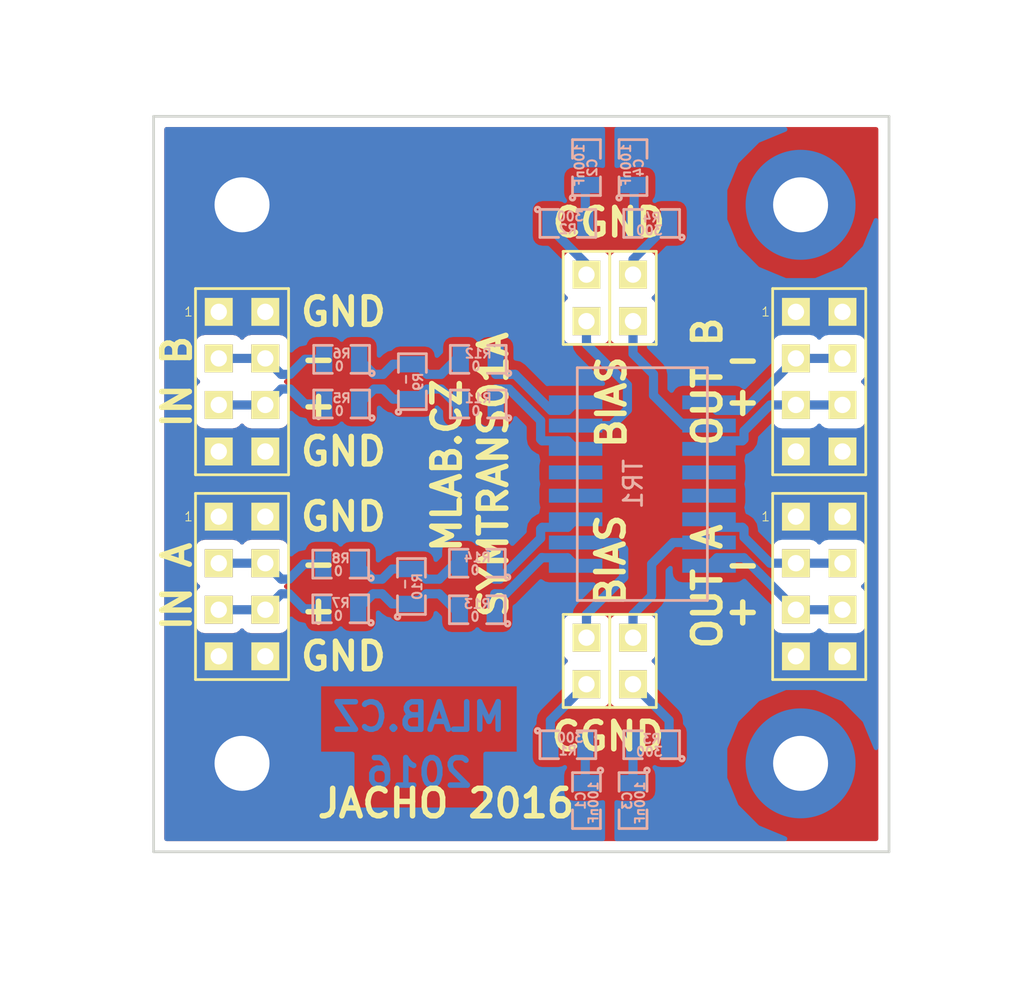
<source format=kicad_pcb>
(kicad_pcb (version 20160815) (host pcbnew "(2016-09-17 revision 679eef1)-makepkg")

  (general
    (links 62)
    (no_connects 0)
    (area 0.178999 -40.461001 40.461001 -0.178999)
    (thickness 1.6)
    (drawings 29)
    (tracks 146)
    (zones 0)
    (modules 31)
    (nets 31)
  )

  (page A4)
  (title_block
    (title NAME)
    (date "%d. %m. %Y")
    (rev REV)
    (company "Mlab www.mlab.cz")
    (comment 1 VERSION)
    (comment 2 "Short description\\nTwo lines are maximum")
    (comment 3 "nickname <email@example.com>")
  )

  (layers
    (0 F.Cu signal)
    (31 B.Cu signal)
    (32 B.Adhes user)
    (33 F.Adhes user)
    (34 B.Paste user)
    (35 F.Paste user)
    (36 B.SilkS user)
    (37 F.SilkS user)
    (38 B.Mask user)
    (39 F.Mask user)
    (40 Dwgs.User user)
    (41 Cmts.User user)
    (42 Eco1.User user)
    (43 Eco2.User user)
    (44 Edge.Cuts user)
    (45 Margin user)
    (46 B.CrtYd user)
    (47 F.CrtYd user)
    (48 B.Fab user)
    (49 F.Fab user)
  )

  (setup
    (last_trace_width 0.3)
    (user_trace_width 0.3)
    (user_trace_width 0.4)
    (user_trace_width 0.5)
    (user_trace_width 0.6)
    (user_trace_width 0.7)
    (user_trace_width 0.8)
    (trace_clearance 0.2)
    (zone_clearance 0.508)
    (zone_45_only no)
    (trace_min 0.2)
    (segment_width 0.2)
    (edge_width 0.15)
    (via_size 0.8)
    (via_drill 0.4)
    (via_min_size 0.4)
    (via_min_drill 0.3)
    (uvia_size 0.3)
    (uvia_drill 0.1)
    (uvias_allowed no)
    (uvia_min_size 0.2)
    (uvia_min_drill 0.1)
    (pcb_text_width 0.3)
    (pcb_text_size 1.5 1.5)
    (mod_edge_width 0.15)
    (mod_text_size 1 1)
    (mod_text_width 0.15)
    (pad_size 1.524 1.524)
    (pad_drill 0.762)
    (pad_to_mask_clearance 0.2)
    (aux_axis_origin 0 0)
    (visible_elements 7FFFFF7F)
    (pcbplotparams
      (layerselection 0x010e0_ffffffff)
      (usegerberextensions false)
      (excludeedgelayer true)
      (linewidth 0.150000)
      (plotframeref false)
      (viasonmask false)
      (mode 1)
      (useauxorigin false)
      (hpglpennumber 1)
      (hpglpenspeed 20)
      (hpglpendiameter 15)
      (psnegative false)
      (psa4output false)
      (plotreference true)
      (plotvalue true)
      (plotinvisibletext false)
      (padsonsilk false)
      (subtractmaskfromsilk false)
      (outputformat 1)
      (mirror false)
      (drillshape 0)
      (scaleselection 1)
      (outputdirectory ../CAM_PROFI/))
  )

  (net 0 "")
  (net 1 "Net-(C1-Pad1)")
  (net 2 GND)
  (net 3 "Net-(C2-Pad1)")
  (net 4 "Net-(C3-Pad1)")
  (net 5 GNDA)
  (net 6 "Net-(C4-Pad1)")
  (net 7 "Net-(J3-Pad1)")
  (net 8 "Net-(J3-Pad2)")
  (net 9 "Net-(J4-Pad1)")
  (net 10 "Net-(J4-Pad2)")
  (net 11 "Net-(J5-Pad1)")
  (net 12 "Net-(J5-Pad2)")
  (net 13 "Net-(J6-Pad1)")
  (net 14 "Net-(J6-Pad2)")
  (net 15 /AIN-)
  (net 16 /AIN+)
  (net 17 /BIN-)
  (net 18 /BIN+)
  (net 19 /AOUT-)
  (net 20 /AOUT+)
  (net 21 /BOUT-)
  (net 22 /BOUT+)
  (net 23 /B2+)
  (net 24 /B2-)
  (net 25 /A2+)
  (net 26 /A2-)
  (net 27 /B3+)
  (net 28 /B3-)
  (net 29 /A3+)
  (net 30 /A3-)

  (net_class Default "This is the default net class."
    (clearance 0.2)
    (trace_width 0.3)
    (via_dia 0.8)
    (via_drill 0.4)
    (uvia_dia 0.3)
    (uvia_drill 0.1)
    (diff_pair_gap 0.25)
    (diff_pair_width 0.2)
    (add_net /A2+)
    (add_net /A2-)
    (add_net /A3+)
    (add_net /A3-)
    (add_net /AIN+)
    (add_net /AIN-)
    (add_net /AOUT+)
    (add_net /AOUT-)
    (add_net /B2+)
    (add_net /B2-)
    (add_net /B3+)
    (add_net /B3-)
    (add_net /BIN+)
    (add_net /BIN-)
    (add_net /BOUT+)
    (add_net /BOUT-)
    (add_net GND)
    (add_net GNDA)
    (add_net "Net-(C1-Pad1)")
    (add_net "Net-(C2-Pad1)")
    (add_net "Net-(C3-Pad1)")
    (add_net "Net-(C4-Pad1)")
    (add_net "Net-(J3-Pad1)")
    (add_net "Net-(J3-Pad2)")
    (add_net "Net-(J4-Pad1)")
    (add_net "Net-(J4-Pad2)")
    (add_net "Net-(J5-Pad1)")
    (add_net "Net-(J5-Pad2)")
    (add_net "Net-(J6-Pad1)")
    (add_net "Net-(J6-Pad2)")
  )

  (module Mlab_R:SMD-0805 placed (layer B.Cu) (tedit 57ECBB9F) (tstamp 57DB7CB8)
    (at 10.5156 -27.1272 180)
    (path /57D7EDD1)
    (attr smd)
    (fp_text reference R6 (at 0 0.3175 180) (layer B.SilkS)
      (effects (font (size 0.50038 0.50038) (thickness 0.10922)) (justify mirror))
    )
    (fp_text value 0 (at 0.127 -0.381 180) (layer B.SilkS)
      (effects (font (size 0.50038 0.50038) (thickness 0.10922)) (justify mirror))
    )
    (fp_circle (center -1.651 -0.762) (end -1.651 -0.635) (layer B.SilkS) (width 0.15))
    (fp_line (start -0.508 -0.762) (end -1.524 -0.762) (layer B.SilkS) (width 0.15))
    (fp_line (start -1.524 -0.762) (end -1.524 0.762) (layer B.SilkS) (width 0.15))
    (fp_line (start -1.524 0.762) (end -0.508 0.762) (layer B.SilkS) (width 0.15))
    (fp_line (start 0.508 0.762) (end 1.524 0.762) (layer B.SilkS) (width 0.15))
    (fp_line (start 1.524 0.762) (end 1.524 -0.762) (layer B.SilkS) (width 0.15))
    (fp_line (start 1.524 -0.762) (end 0.508 -0.762) (layer B.SilkS) (width 0.15))
    (pad 2 smd rect (at 0.9525 0 180) (size 0.889 1.397) (layers B.Cu B.Paste B.Mask)
      (net 17 /BIN-))
    (pad 1 smd rect (at -0.9525 0 180) (size 0.889 1.397) (layers B.Cu B.Paste B.Mask)
      (net 24 /B2-))
    (model MLAB_3D/Resistors/chip_cms.wrl
      (at (xyz 0 0 0))
      (scale (xyz 0.1 0.1 0.1))
      (rotate (xyz 0 0 0))
    )
  )

  (module Mlab_R:SMD-0805 placed (layer B.Cu) (tedit 57ECBB9F) (tstamp 57DB7CDF)
    (at 14.3764 -25.908 90)
    (path /57D7EDC5)
    (attr smd)
    (fp_text reference R9 (at 0 0.3175 90) (layer B.SilkS)
      (effects (font (size 0.50038 0.50038) (thickness 0.10922)) (justify mirror))
    )
    (fp_text value - (at 0.127 -0.381 90) (layer B.SilkS)
      (effects (font (size 0.50038 0.50038) (thickness 0.10922)) (justify mirror))
    )
    (fp_circle (center -1.651 -0.762) (end -1.651 -0.635) (layer B.SilkS) (width 0.15))
    (fp_line (start -0.508 -0.762) (end -1.524 -0.762) (layer B.SilkS) (width 0.15))
    (fp_line (start -1.524 -0.762) (end -1.524 0.762) (layer B.SilkS) (width 0.15))
    (fp_line (start -1.524 0.762) (end -0.508 0.762) (layer B.SilkS) (width 0.15))
    (fp_line (start 0.508 0.762) (end 1.524 0.762) (layer B.SilkS) (width 0.15))
    (fp_line (start 1.524 0.762) (end 1.524 -0.762) (layer B.SilkS) (width 0.15))
    (fp_line (start 1.524 -0.762) (end 0.508 -0.762) (layer B.SilkS) (width 0.15))
    (pad 2 smd rect (at 0.9525 0 90) (size 0.889 1.397) (layers B.Cu B.Paste B.Mask)
      (net 24 /B2-))
    (pad 1 smd rect (at -0.9525 0 90) (size 0.889 1.397) (layers B.Cu B.Paste B.Mask)
      (net 23 /B2+))
    (model MLAB_3D/Resistors/chip_cms.wrl
      (at (xyz 0 0 0))
      (scale (xyz 0.1 0.1 0.1))
      (rotate (xyz 0 0 0))
    )
  )

  (module Mlab_R:SMD-0805 placed (layer B.Cu) (tedit 57ECBB9F) (tstamp 57DB7D06)
    (at 17.9705 -27.1272 180)
    (path /57D7EDDD)
    (attr smd)
    (fp_text reference R12 (at 0 0.3175 180) (layer B.SilkS)
      (effects (font (size 0.50038 0.50038) (thickness 0.10922)) (justify mirror))
    )
    (fp_text value 0 (at 0.127 -0.381 180) (layer B.SilkS)
      (effects (font (size 0.50038 0.50038) (thickness 0.10922)) (justify mirror))
    )
    (fp_circle (center -1.651 -0.762) (end -1.651 -0.635) (layer B.SilkS) (width 0.15))
    (fp_line (start -0.508 -0.762) (end -1.524 -0.762) (layer B.SilkS) (width 0.15))
    (fp_line (start -1.524 -0.762) (end -1.524 0.762) (layer B.SilkS) (width 0.15))
    (fp_line (start -1.524 0.762) (end -0.508 0.762) (layer B.SilkS) (width 0.15))
    (fp_line (start 0.508 0.762) (end 1.524 0.762) (layer B.SilkS) (width 0.15))
    (fp_line (start 1.524 0.762) (end 1.524 -0.762) (layer B.SilkS) (width 0.15))
    (fp_line (start 1.524 -0.762) (end 0.508 -0.762) (layer B.SilkS) (width 0.15))
    (pad 2 smd rect (at 0.9525 0 180) (size 0.889 1.397) (layers B.Cu B.Paste B.Mask)
      (net 24 /B2-))
    (pad 1 smd rect (at -0.9525 0 180) (size 0.889 1.397) (layers B.Cu B.Paste B.Mask)
      (net 28 /B3-))
    (model MLAB_3D/Resistors/chip_cms.wrl
      (at (xyz 0 0 0))
      (scale (xyz 0.1 0.1 0.1))
      (rotate (xyz 0 0 0))
    )
  )

  (module Mlab_Pin_Headers:Straight_2x04 placed (layer F.Cu) (tedit 57ECBB9F) (tstamp 57DB7C26)
    (at 5.08 -25.908)
    (descr "pin header straight 2x04")
    (tags "pin header straight 2x04")
    (path /57D7EA44)
    (fp_text reference J2 (at 0 -6.35) (layer F.SilkS) hide
      (effects (font (size 1.5 1.5) (thickness 0.15)))
    )
    (fp_text value HEADER_2x04_PARALLEL (at 0 6.35) (layer F.SilkS) hide
      (effects (font (size 1.5 1.5) (thickness 0.15)))
    )
    (fp_text user 1 (at -2.921 -3.81) (layer F.SilkS)
      (effects (font (size 0.5 0.5) (thickness 0.05)))
    )
    (fp_line (start -2.54 -5.08) (end 2.54 -5.08) (layer F.SilkS) (width 0.15))
    (fp_line (start 2.54 -5.08) (end 2.54 5.08) (layer F.SilkS) (width 0.15))
    (fp_line (start 2.54 5.08) (end -2.54 5.08) (layer F.SilkS) (width 0.15))
    (fp_line (start -2.54 5.08) (end -2.54 -5.08) (layer F.SilkS) (width 0.15))
    (pad 8 thru_hole rect (at 1.27 3.81) (size 1.524 1.524) (drill 0.889) (layers *.Cu *.Mask F.SilkS)
      (net 2 GND))
    (pad 7 thru_hole rect (at -1.27 3.81) (size 1.524 1.524) (drill 0.889) (layers *.Cu *.Mask F.SilkS)
      (net 2 GND))
    (pad 6 thru_hole rect (at 1.27 1.27) (size 1.524 1.524) (drill 0.889) (layers *.Cu *.Mask F.SilkS)
      (net 18 /BIN+))
    (pad 5 thru_hole rect (at -1.27 1.27) (size 1.524 1.524) (drill 0.889) (layers *.Cu *.Mask F.SilkS)
      (net 18 /BIN+))
    (pad 4 thru_hole rect (at 1.27 -1.27) (size 1.524 1.524) (drill 0.889) (layers *.Cu *.Mask F.SilkS)
      (net 17 /BIN-))
    (pad 3 thru_hole rect (at -1.27 -1.27) (size 1.524 1.524) (drill 0.889) (layers *.Cu *.Mask F.SilkS)
      (net 17 /BIN-))
    (pad 2 thru_hole rect (at 1.27 -3.81) (size 1.524 1.524) (drill 0.889) (layers *.Cu *.Mask F.SilkS)
      (net 2 GND))
    (pad 1 thru_hole rect (at -1.27 -3.81) (size 1.524 1.524) (drill 0.889) (layers *.Cu *.Mask F.SilkS)
      (net 2 GND))
    (model Pin_Headers/Pin_Header_Straight_2x04.wrl
      (at (xyz 0 0 0))
      (scale (xyz 1 1 1))
      (rotate (xyz 0 0 90))
    )
  )

  (module Mlab_Pin_Headers:Straight_2x04 placed (layer F.Cu) (tedit 57ECBB9F) (tstamp 57DB7C4A)
    (at 36.576 -14.732)
    (descr "pin header straight 2x04")
    (tags "pin header straight 2x04")
    (path /57D7D81B)
    (fp_text reference J7 (at 0 -6.35) (layer F.SilkS) hide
      (effects (font (size 1.5 1.5) (thickness 0.15)))
    )
    (fp_text value HEADER_2x04_PARALLEL (at 0 6.35) (layer F.SilkS) hide
      (effects (font (size 1.5 1.5) (thickness 0.15)))
    )
    (fp_text user 1 (at -2.921 -3.81) (layer F.SilkS)
      (effects (font (size 0.5 0.5) (thickness 0.05)))
    )
    (fp_line (start -2.54 -5.08) (end 2.54 -5.08) (layer F.SilkS) (width 0.15))
    (fp_line (start 2.54 -5.08) (end 2.54 5.08) (layer F.SilkS) (width 0.15))
    (fp_line (start 2.54 5.08) (end -2.54 5.08) (layer F.SilkS) (width 0.15))
    (fp_line (start -2.54 5.08) (end -2.54 -5.08) (layer F.SilkS) (width 0.15))
    (pad 8 thru_hole rect (at 1.27 3.81) (size 1.524 1.524) (drill 0.889) (layers *.Cu *.Mask F.SilkS)
      (net 5 GNDA))
    (pad 7 thru_hole rect (at -1.27 3.81) (size 1.524 1.524) (drill 0.889) (layers *.Cu *.Mask F.SilkS)
      (net 5 GNDA))
    (pad 6 thru_hole rect (at 1.27 1.27) (size 1.524 1.524) (drill 0.889) (layers *.Cu *.Mask F.SilkS)
      (net 20 /AOUT+))
    (pad 5 thru_hole rect (at -1.27 1.27) (size 1.524 1.524) (drill 0.889) (layers *.Cu *.Mask F.SilkS)
      (net 20 /AOUT+))
    (pad 4 thru_hole rect (at 1.27 -1.27) (size 1.524 1.524) (drill 0.889) (layers *.Cu *.Mask F.SilkS)
      (net 19 /AOUT-))
    (pad 3 thru_hole rect (at -1.27 -1.27) (size 1.524 1.524) (drill 0.889) (layers *.Cu *.Mask F.SilkS)
      (net 19 /AOUT-))
    (pad 2 thru_hole rect (at 1.27 -3.81) (size 1.524 1.524) (drill 0.889) (layers *.Cu *.Mask F.SilkS)
      (net 5 GNDA))
    (pad 1 thru_hole rect (at -1.27 -3.81) (size 1.524 1.524) (drill 0.889) (layers *.Cu *.Mask F.SilkS)
      (net 5 GNDA))
    (model Pin_Headers/Pin_Header_Straight_2x04.wrl
      (at (xyz 0 0 0))
      (scale (xyz 1 1 1))
      (rotate (xyz 0 0 90))
    )
  )

  (module Mlab_Pin_Headers:Straight_2x04 placed (layer F.Cu) (tedit 57ECBB9F) (tstamp 57DB7C56)
    (at 36.576 -25.908)
    (descr "pin header straight 2x04")
    (tags "pin header straight 2x04")
    (path /57D7E9F4)
    (fp_text reference J8 (at 0 -6.35) (layer F.SilkS) hide
      (effects (font (size 1.5 1.5) (thickness 0.15)))
    )
    (fp_text value HEADER_2x04_PARALLEL (at 0 6.35) (layer F.SilkS) hide
      (effects (font (size 1.5 1.5) (thickness 0.15)))
    )
    (fp_text user 1 (at -2.921 -3.81) (layer F.SilkS)
      (effects (font (size 0.5 0.5) (thickness 0.05)))
    )
    (fp_line (start -2.54 -5.08) (end 2.54 -5.08) (layer F.SilkS) (width 0.15))
    (fp_line (start 2.54 -5.08) (end 2.54 5.08) (layer F.SilkS) (width 0.15))
    (fp_line (start 2.54 5.08) (end -2.54 5.08) (layer F.SilkS) (width 0.15))
    (fp_line (start -2.54 5.08) (end -2.54 -5.08) (layer F.SilkS) (width 0.15))
    (pad 8 thru_hole rect (at 1.27 3.81) (size 1.524 1.524) (drill 0.889) (layers *.Cu *.Mask F.SilkS)
      (net 5 GNDA))
    (pad 7 thru_hole rect (at -1.27 3.81) (size 1.524 1.524) (drill 0.889) (layers *.Cu *.Mask F.SilkS)
      (net 5 GNDA))
    (pad 6 thru_hole rect (at 1.27 1.27) (size 1.524 1.524) (drill 0.889) (layers *.Cu *.Mask F.SilkS)
      (net 22 /BOUT+))
    (pad 5 thru_hole rect (at -1.27 1.27) (size 1.524 1.524) (drill 0.889) (layers *.Cu *.Mask F.SilkS)
      (net 22 /BOUT+))
    (pad 4 thru_hole rect (at 1.27 -1.27) (size 1.524 1.524) (drill 0.889) (layers *.Cu *.Mask F.SilkS)
      (net 21 /BOUT-))
    (pad 3 thru_hole rect (at -1.27 -1.27) (size 1.524 1.524) (drill 0.889) (layers *.Cu *.Mask F.SilkS)
      (net 21 /BOUT-))
    (pad 2 thru_hole rect (at 1.27 -3.81) (size 1.524 1.524) (drill 0.889) (layers *.Cu *.Mask F.SilkS)
      (net 5 GNDA))
    (pad 1 thru_hole rect (at -1.27 -3.81) (size 1.524 1.524) (drill 0.889) (layers *.Cu *.Mask F.SilkS)
      (net 5 GNDA))
    (model Pin_Headers/Pin_Header_Straight_2x04.wrl
      (at (xyz 0 0 0))
      (scale (xyz 1 1 1))
      (rotate (xyz 0 0 90))
    )
  )

  (module Mlab_Mechanical:MountingHole_3mm placed (layer F.Cu) (tedit 57ECBB9F) (tstamp 57DB7C60)
    (at 35.56 -35.56)
    (descr "Mounting hole, Befestigungsbohrung, 3mm, No Annular, Kein Restring,")
    (tags "Mounting hole, Befestigungsbohrung, 3mm, No Annular, Kein Restring,")
    (path /549D7628)
    (fp_text reference M2 (at 0 -4.191) (layer F.SilkS) hide
      (effects (font (thickness 0.3048)))
    )
    (fp_text value HOLE (at 0 4.191) (layer F.SilkS) hide
      (effects (font (thickness 0.3048)))
    )
    (fp_circle (center 0 0) (end 2.99974 0) (layer Cmts.User) (width 0.381))
    (pad 1 thru_hole circle (at 0 0) (size 6 6) (drill 3) (layers *.Cu *.Adhes *.Mask)
      (net 2 GND) (clearance 1) (zone_connect 2))
  )

  (module Mlab_TR:H110X_H1121_HX1188 placed (layer B.Cu) (tedit 57ECBB9F) (tstamp 57DB7D38)
    (at 26.924 -20.32 90)
    (path /57DA8991)
    (fp_text reference TR1 (at 0 -0.5 90) (layer B.SilkS)
      (effects (font (size 1 1) (thickness 0.15)) (justify mirror))
    )
    (fp_text value H1102NL (at 0 0.5 90) (layer B.Fab)
      (effects (font (size 1 1) (thickness 0.15)) (justify mirror))
    )
    (fp_line (start 6.35 3.55) (end -6.35 3.55) (layer B.SilkS) (width 0.15))
    (fp_line (start 6.35 3.55) (end 6.35 -3.55) (layer B.SilkS) (width 0.15))
    (fp_line (start 6.35 -3.55) (end -6.35 -3.55) (layer B.SilkS) (width 0.15))
    (fp_line (start -6.35 -3.55) (end -6.35 3.55) (layer B.SilkS) (width 0.15))
    (pad 16 smd rect (at -4.46 3.64 90) (size 0.76 2.92) (layers B.Cu B.Paste B.Mask)
      (net 20 /AOUT+))
    (pad 15 smd rect (at -3.19 3.64 90) (size 0.76 2.92) (layers B.Cu B.Paste B.Mask)
      (net 11 "Net-(J5-Pad1)"))
    (pad 14 smd rect (at -1.92 3.64 90) (size 0.76 2.92) (layers B.Cu B.Paste B.Mask)
      (net 19 /AOUT-))
    (pad 13 smd rect (at -0.635 3.64 90) (size 0.76 2.92) (layers B.Cu B.Paste B.Mask))
    (pad 12 smd rect (at 0.635 3.64 90) (size 0.76 2.92) (layers B.Cu B.Paste B.Mask))
    (pad 11 smd rect (at 1.92 3.64 90) (size 0.76 2.92) (layers B.Cu B.Paste B.Mask)
      (net 22 /BOUT+))
    (pad 10 smd rect (at 3.19 3.64 90) (size 0.76 2.92) (layers B.Cu B.Paste B.Mask)
      (net 13 "Net-(J6-Pad1)"))
    (pad 9 smd rect (at 4.46 3.64 90) (size 0.76 2.92) (layers B.Cu B.Paste B.Mask)
      (net 21 /BOUT-))
    (pad 8 smd rect (at 4.46 -3.64 90) (size 0.76 2.92) (layers B.Cu B.Paste B.Mask)
      (net 28 /B3-))
    (pad 7 smd rect (at 3.19 -3.64 90) (size 0.76 2.92) (layers B.Cu B.Paste B.Mask)
      (net 9 "Net-(J4-Pad1)"))
    (pad 6 smd rect (at 1.92 -3.64 90) (size 0.76 2.92) (layers B.Cu B.Paste B.Mask)
      (net 27 /B3+))
    (pad 5 smd rect (at 0.635 -3.64 90) (size 0.76 2.92) (layers B.Cu B.Paste B.Mask))
    (pad 4 smd rect (at -0.635 -3.64 90) (size 0.76 2.92) (layers B.Cu B.Paste B.Mask))
    (pad 3 smd rect (at -1.92 -3.64 90) (size 0.76 2.92) (layers B.Cu B.Paste B.Mask)
      (net 30 /A3-))
    (pad 2 smd rect (at -3.19 -3.64 90) (size 0.76 2.92) (layers B.Cu B.Paste B.Mask)
      (net 7 "Net-(J3-Pad1)"))
    (pad 1 smd rect (at -4.46 -3.64 90) (size 0.76 2.92) (layers B.Cu B.Paste B.Mask)
      (net 29 /A3+))
  )

  (module Mlab_R:SMD-0805 placed (layer B.Cu) (tedit 57ECBB9F) (tstamp 57DB7C77)
    (at 22.86 -6.096)
    (path /57D7E244)
    (attr smd)
    (fp_text reference R1 (at 0 0.3175) (layer B.SilkS)
      (effects (font (size 0.50038 0.50038) (thickness 0.10922)) (justify mirror))
    )
    (fp_text value 300 (at 0.127 -0.381) (layer B.SilkS)
      (effects (font (size 0.50038 0.50038) (thickness 0.10922)) (justify mirror))
    )
    (fp_circle (center -1.651 -0.762) (end -1.651 -0.635) (layer B.SilkS) (width 0.15))
    (fp_line (start -0.508 -0.762) (end -1.524 -0.762) (layer B.SilkS) (width 0.15))
    (fp_line (start -1.524 -0.762) (end -1.524 0.762) (layer B.SilkS) (width 0.15))
    (fp_line (start -1.524 0.762) (end -0.508 0.762) (layer B.SilkS) (width 0.15))
    (fp_line (start 0.508 0.762) (end 1.524 0.762) (layer B.SilkS) (width 0.15))
    (fp_line (start 1.524 0.762) (end 1.524 -0.762) (layer B.SilkS) (width 0.15))
    (fp_line (start 1.524 -0.762) (end 0.508 -0.762) (layer B.SilkS) (width 0.15))
    (pad 2 smd rect (at 0.9525 0) (size 0.889 1.397) (layers B.Cu B.Paste B.Mask)
      (net 1 "Net-(C1-Pad1)"))
    (pad 1 smd rect (at -0.9525 0) (size 0.889 1.397) (layers B.Cu B.Paste B.Mask)
      (net 8 "Net-(J3-Pad2)"))
    (model MLAB_3D/Resistors/chip_cms.wrl
      (at (xyz 0 0 0))
      (scale (xyz 0.1 0.1 0.1))
      (rotate (xyz 0 0 0))
    )
  )

  (module Mlab_Pin_Headers:Straight_2x01 placed (layer F.Cu) (tedit 57ECBB9F) (tstamp 57DB7C2C)
    (at 23.876 -10.668 270)
    (descr "pin header straight 2x01")
    (tags "pin header straight 2x01")
    (path /57D7E23E)
    (fp_text reference J3 (at 0 -2.54 270) (layer F.SilkS) hide
      (effects (font (size 1.5 1.5) (thickness 0.15)))
    )
    (fp_text value HEADER_1x02 (at 0 2.54 270) (layer F.SilkS) hide
      (effects (font (size 1.5 1.5) (thickness 0.15)))
    )
    (fp_line (start -2.54 -1.27) (end 2.54 -1.27) (layer F.SilkS) (width 0.15))
    (fp_line (start 2.54 -1.27) (end 2.54 1.27) (layer F.SilkS) (width 0.15))
    (fp_line (start 2.54 1.27) (end -2.54 1.27) (layer F.SilkS) (width 0.15))
    (fp_line (start -2.54 1.27) (end -2.54 -1.27) (layer F.SilkS) (width 0.15))
    (pad 2 thru_hole rect (at 1.27 0 270) (size 1.524 1.524) (drill 0.889) (layers *.Cu *.Mask F.SilkS)
      (net 8 "Net-(J3-Pad2)"))
    (pad 1 thru_hole rect (at -1.27 0 270) (size 1.524 1.524) (drill 0.889) (layers *.Cu *.Mask F.SilkS)
      (net 7 "Net-(J3-Pad1)"))
    (model Pin_Headers/Pin_Header_Straight_2x01.wrl
      (at (xyz 0 0 0))
      (scale (xyz 1 1 1))
      (rotate (xyz 0 0 90))
    )
  )

  (module Mlab_R:SMD-0805 placed (layer B.Cu) (tedit 57ECBB9F) (tstamp 57DB7C91)
    (at 27.432 -6.096 180)
    (path /57D7E01A)
    (attr smd)
    (fp_text reference R3 (at 0 0.3175 180) (layer B.SilkS)
      (effects (font (size 0.50038 0.50038) (thickness 0.10922)) (justify mirror))
    )
    (fp_text value 300 (at 0.127 -0.381 180) (layer B.SilkS)
      (effects (font (size 0.50038 0.50038) (thickness 0.10922)) (justify mirror))
    )
    (fp_circle (center -1.651 -0.762) (end -1.651 -0.635) (layer B.SilkS) (width 0.15))
    (fp_line (start -0.508 -0.762) (end -1.524 -0.762) (layer B.SilkS) (width 0.15))
    (fp_line (start -1.524 -0.762) (end -1.524 0.762) (layer B.SilkS) (width 0.15))
    (fp_line (start -1.524 0.762) (end -0.508 0.762) (layer B.SilkS) (width 0.15))
    (fp_line (start 0.508 0.762) (end 1.524 0.762) (layer B.SilkS) (width 0.15))
    (fp_line (start 1.524 0.762) (end 1.524 -0.762) (layer B.SilkS) (width 0.15))
    (fp_line (start 1.524 -0.762) (end 0.508 -0.762) (layer B.SilkS) (width 0.15))
    (pad 2 smd rect (at 0.9525 0 180) (size 0.889 1.397) (layers B.Cu B.Paste B.Mask)
      (net 4 "Net-(C3-Pad1)"))
    (pad 1 smd rect (at -0.9525 0 180) (size 0.889 1.397) (layers B.Cu B.Paste B.Mask)
      (net 12 "Net-(J5-Pad2)"))
    (model MLAB_3D/Resistors/chip_cms.wrl
      (at (xyz 0 0 0))
      (scale (xyz 0.1 0.1 0.1))
      (rotate (xyz 0 0 0))
    )
  )

  (module Mlab_R:SMD-0805 placed (layer B.Cu) (tedit 57ECBB9F) (tstamp 57DB7C01)
    (at 26.416 -3.048 270)
    (path /57D7D977)
    (attr smd)
    (fp_text reference C3 (at 0 0.3175 270) (layer B.SilkS)
      (effects (font (size 0.50038 0.50038) (thickness 0.10922)) (justify mirror))
    )
    (fp_text value 100nF (at 0.127 -0.381 270) (layer B.SilkS)
      (effects (font (size 0.50038 0.50038) (thickness 0.10922)) (justify mirror))
    )
    (fp_circle (center -1.651 -0.762) (end -1.651 -0.635) (layer B.SilkS) (width 0.15))
    (fp_line (start -0.508 -0.762) (end -1.524 -0.762) (layer B.SilkS) (width 0.15))
    (fp_line (start -1.524 -0.762) (end -1.524 0.762) (layer B.SilkS) (width 0.15))
    (fp_line (start -1.524 0.762) (end -0.508 0.762) (layer B.SilkS) (width 0.15))
    (fp_line (start 0.508 0.762) (end 1.524 0.762) (layer B.SilkS) (width 0.15))
    (fp_line (start 1.524 0.762) (end 1.524 -0.762) (layer B.SilkS) (width 0.15))
    (fp_line (start 1.524 -0.762) (end 0.508 -0.762) (layer B.SilkS) (width 0.15))
    (pad 2 smd rect (at 0.9525 0 270) (size 0.889 1.397) (layers B.Cu B.Paste B.Mask)
      (net 5 GNDA))
    (pad 1 smd rect (at -0.9525 0 270) (size 0.889 1.397) (layers B.Cu B.Paste B.Mask)
      (net 4 "Net-(C3-Pad1)"))
    (model MLAB_3D/Resistors/chip_cms.wrl
      (at (xyz 0 0 0))
      (scale (xyz 0.1 0.1 0.1))
      (rotate (xyz 0 0 0))
    )
  )

  (module Mlab_R:SMD-0805 placed (layer B.Cu) (tedit 57ECBB9F) (tstamp 57DB7C0E)
    (at 26.416 -37.592 90)
    (path /57D7EA08)
    (attr smd)
    (fp_text reference C4 (at 0 0.3175 90) (layer B.SilkS)
      (effects (font (size 0.50038 0.50038) (thickness 0.10922)) (justify mirror))
    )
    (fp_text value 100nF (at 0.127 -0.381 90) (layer B.SilkS)
      (effects (font (size 0.50038 0.50038) (thickness 0.10922)) (justify mirror))
    )
    (fp_circle (center -1.651 -0.762) (end -1.651 -0.635) (layer B.SilkS) (width 0.15))
    (fp_line (start -0.508 -0.762) (end -1.524 -0.762) (layer B.SilkS) (width 0.15))
    (fp_line (start -1.524 -0.762) (end -1.524 0.762) (layer B.SilkS) (width 0.15))
    (fp_line (start -1.524 0.762) (end -0.508 0.762) (layer B.SilkS) (width 0.15))
    (fp_line (start 0.508 0.762) (end 1.524 0.762) (layer B.SilkS) (width 0.15))
    (fp_line (start 1.524 0.762) (end 1.524 -0.762) (layer B.SilkS) (width 0.15))
    (fp_line (start 1.524 -0.762) (end 0.508 -0.762) (layer B.SilkS) (width 0.15))
    (pad 2 smd rect (at 0.9525 0 90) (size 0.889 1.397) (layers B.Cu B.Paste B.Mask)
      (net 5 GNDA))
    (pad 1 smd rect (at -0.9525 0 90) (size 0.889 1.397) (layers B.Cu B.Paste B.Mask)
      (net 6 "Net-(C4-Pad1)"))
    (model MLAB_3D/Resistors/chip_cms.wrl
      (at (xyz 0 0 0))
      (scale (xyz 0.1 0.1 0.1))
      (rotate (xyz 0 0 0))
    )
  )

  (module Mlab_R:SMD-0805 placed (layer B.Cu) (tedit 57ECBB9F) (tstamp 57DB7D13)
    (at 17.9197 -13.462 180)
    (path /57D7E0F0)
    (attr smd)
    (fp_text reference R13 (at 0 0.3175 180) (layer B.SilkS)
      (effects (font (size 0.50038 0.50038) (thickness 0.10922)) (justify mirror))
    )
    (fp_text value 0 (at 0.127 -0.381 180) (layer B.SilkS)
      (effects (font (size 0.50038 0.50038) (thickness 0.10922)) (justify mirror))
    )
    (fp_circle (center -1.651 -0.762) (end -1.651 -0.635) (layer B.SilkS) (width 0.15))
    (fp_line (start -0.508 -0.762) (end -1.524 -0.762) (layer B.SilkS) (width 0.15))
    (fp_line (start -1.524 -0.762) (end -1.524 0.762) (layer B.SilkS) (width 0.15))
    (fp_line (start -1.524 0.762) (end -0.508 0.762) (layer B.SilkS) (width 0.15))
    (fp_line (start 0.508 0.762) (end 1.524 0.762) (layer B.SilkS) (width 0.15))
    (fp_line (start 1.524 0.762) (end 1.524 -0.762) (layer B.SilkS) (width 0.15))
    (fp_line (start 1.524 -0.762) (end 0.508 -0.762) (layer B.SilkS) (width 0.15))
    (pad 2 smd rect (at 0.9525 0 180) (size 0.889 1.397) (layers B.Cu B.Paste B.Mask)
      (net 25 /A2+))
    (pad 1 smd rect (at -0.9525 0 180) (size 0.889 1.397) (layers B.Cu B.Paste B.Mask)
      (net 29 /A3+))
    (model MLAB_3D/Resistors/chip_cms.wrl
      (at (xyz 0 0 0))
      (scale (xyz 0.1 0.1 0.1))
      (rotate (xyz 0 0 0))
    )
  )

  (module Mlab_R:SMD-0805 placed (layer B.Cu) (tedit 57ECBB9F) (tstamp 57DB7C9E)
    (at 27.432 -34.544 180)
    (path /57D7EA1A)
    (attr smd)
    (fp_text reference R4 (at 0 0.3175 180) (layer B.SilkS)
      (effects (font (size 0.50038 0.50038) (thickness 0.10922)) (justify mirror))
    )
    (fp_text value 300 (at 0.127 -0.381 180) (layer B.SilkS)
      (effects (font (size 0.50038 0.50038) (thickness 0.10922)) (justify mirror))
    )
    (fp_circle (center -1.651 -0.762) (end -1.651 -0.635) (layer B.SilkS) (width 0.15))
    (fp_line (start -0.508 -0.762) (end -1.524 -0.762) (layer B.SilkS) (width 0.15))
    (fp_line (start -1.524 -0.762) (end -1.524 0.762) (layer B.SilkS) (width 0.15))
    (fp_line (start -1.524 0.762) (end -0.508 0.762) (layer B.SilkS) (width 0.15))
    (fp_line (start 0.508 0.762) (end 1.524 0.762) (layer B.SilkS) (width 0.15))
    (fp_line (start 1.524 0.762) (end 1.524 -0.762) (layer B.SilkS) (width 0.15))
    (fp_line (start 1.524 -0.762) (end 0.508 -0.762) (layer B.SilkS) (width 0.15))
    (pad 2 smd rect (at 0.9525 0 180) (size 0.889 1.397) (layers B.Cu B.Paste B.Mask)
      (net 6 "Net-(C4-Pad1)"))
    (pad 1 smd rect (at -0.9525 0 180) (size 0.889 1.397) (layers B.Cu B.Paste B.Mask)
      (net 14 "Net-(J6-Pad2)"))
    (model MLAB_3D/Resistors/chip_cms.wrl
      (at (xyz 0 0 0))
      (scale (xyz 0.1 0.1 0.1))
      (rotate (xyz 0 0 0))
    )
  )

  (module Mlab_R:SMD-0805 placed (layer B.Cu) (tedit 57ECBB9F) (tstamp 57DB7CD2)
    (at 10.4648 -15.9512 180)
    (path /57D7E0A1)
    (attr smd)
    (fp_text reference R8 (at 0 0.3175 180) (layer B.SilkS)
      (effects (font (size 0.50038 0.50038) (thickness 0.10922)) (justify mirror))
    )
    (fp_text value 0 (at 0.127 -0.381 180) (layer B.SilkS)
      (effects (font (size 0.50038 0.50038) (thickness 0.10922)) (justify mirror))
    )
    (fp_circle (center -1.651 -0.762) (end -1.651 -0.635) (layer B.SilkS) (width 0.15))
    (fp_line (start -0.508 -0.762) (end -1.524 -0.762) (layer B.SilkS) (width 0.15))
    (fp_line (start -1.524 -0.762) (end -1.524 0.762) (layer B.SilkS) (width 0.15))
    (fp_line (start -1.524 0.762) (end -0.508 0.762) (layer B.SilkS) (width 0.15))
    (fp_line (start 0.508 0.762) (end 1.524 0.762) (layer B.SilkS) (width 0.15))
    (fp_line (start 1.524 0.762) (end 1.524 -0.762) (layer B.SilkS) (width 0.15))
    (fp_line (start 1.524 -0.762) (end 0.508 -0.762) (layer B.SilkS) (width 0.15))
    (pad 2 smd rect (at 0.9525 0 180) (size 0.889 1.397) (layers B.Cu B.Paste B.Mask)
      (net 15 /AIN-))
    (pad 1 smd rect (at -0.9525 0 180) (size 0.889 1.397) (layers B.Cu B.Paste B.Mask)
      (net 26 /A2-))
    (model MLAB_3D/Resistors/chip_cms.wrl
      (at (xyz 0 0 0))
      (scale (xyz 0.1 0.1 0.1))
      (rotate (xyz 0 0 0))
    )
  )

  (module Mlab_R:SMD-0805 placed (layer B.Cu) (tedit 57ECBB9F) (tstamp 57DB7CEC)
    (at 14.3256 -14.732 90)
    (path /57D7DD01)
    (attr smd)
    (fp_text reference R10 (at 0 0.3175 90) (layer B.SilkS)
      (effects (font (size 0.50038 0.50038) (thickness 0.10922)) (justify mirror))
    )
    (fp_text value - (at 0.127 -0.381 90) (layer B.SilkS)
      (effects (font (size 0.50038 0.50038) (thickness 0.10922)) (justify mirror))
    )
    (fp_circle (center -1.651 -0.762) (end -1.651 -0.635) (layer B.SilkS) (width 0.15))
    (fp_line (start -0.508 -0.762) (end -1.524 -0.762) (layer B.SilkS) (width 0.15))
    (fp_line (start -1.524 -0.762) (end -1.524 0.762) (layer B.SilkS) (width 0.15))
    (fp_line (start -1.524 0.762) (end -0.508 0.762) (layer B.SilkS) (width 0.15))
    (fp_line (start 0.508 0.762) (end 1.524 0.762) (layer B.SilkS) (width 0.15))
    (fp_line (start 1.524 0.762) (end 1.524 -0.762) (layer B.SilkS) (width 0.15))
    (fp_line (start 1.524 -0.762) (end 0.508 -0.762) (layer B.SilkS) (width 0.15))
    (pad 2 smd rect (at 0.9525 0 90) (size 0.889 1.397) (layers B.Cu B.Paste B.Mask)
      (net 26 /A2-))
    (pad 1 smd rect (at -0.9525 0 90) (size 0.889 1.397) (layers B.Cu B.Paste B.Mask)
      (net 25 /A2+))
    (model MLAB_3D/Resistors/chip_cms.wrl
      (at (xyz 0 0 0))
      (scale (xyz 0.1 0.1 0.1))
      (rotate (xyz 0 0 0))
    )
  )

  (module Mlab_R:SMD-0805 placed (layer B.Cu) (tedit 57ECBB9F) (tstamp 57DB7CC5)
    (at 10.4648 -13.5128 180)
    (path /57D7E033)
    (attr smd)
    (fp_text reference R7 (at 0 0.3175 180) (layer B.SilkS)
      (effects (font (size 0.50038 0.50038) (thickness 0.10922)) (justify mirror))
    )
    (fp_text value 0 (at 0.127 -0.381 180) (layer B.SilkS)
      (effects (font (size 0.50038 0.50038) (thickness 0.10922)) (justify mirror))
    )
    (fp_circle (center -1.651 -0.762) (end -1.651 -0.635) (layer B.SilkS) (width 0.15))
    (fp_line (start -0.508 -0.762) (end -1.524 -0.762) (layer B.SilkS) (width 0.15))
    (fp_line (start -1.524 -0.762) (end -1.524 0.762) (layer B.SilkS) (width 0.15))
    (fp_line (start -1.524 0.762) (end -0.508 0.762) (layer B.SilkS) (width 0.15))
    (fp_line (start 0.508 0.762) (end 1.524 0.762) (layer B.SilkS) (width 0.15))
    (fp_line (start 1.524 0.762) (end 1.524 -0.762) (layer B.SilkS) (width 0.15))
    (fp_line (start 1.524 -0.762) (end 0.508 -0.762) (layer B.SilkS) (width 0.15))
    (pad 2 smd rect (at 0.9525 0 180) (size 0.889 1.397) (layers B.Cu B.Paste B.Mask)
      (net 16 /AIN+))
    (pad 1 smd rect (at -0.9525 0 180) (size 0.889 1.397) (layers B.Cu B.Paste B.Mask)
      (net 25 /A2+))
    (model MLAB_3D/Resistors/chip_cms.wrl
      (at (xyz 0 0 0))
      (scale (xyz 0.1 0.1 0.1))
      (rotate (xyz 0 0 0))
    )
  )

  (module Mlab_R:SMD-0805 placed (layer B.Cu) (tedit 57ECBB9F) (tstamp 57DB7D20)
    (at 17.9197 -16.002 180)
    (path /57D7E0F6)
    (attr smd)
    (fp_text reference R14 (at 0 0.3175 180) (layer B.SilkS)
      (effects (font (size 0.50038 0.50038) (thickness 0.10922)) (justify mirror))
    )
    (fp_text value 0 (at 0.127 -0.381 180) (layer B.SilkS)
      (effects (font (size 0.50038 0.50038) (thickness 0.10922)) (justify mirror))
    )
    (fp_circle (center -1.651 -0.762) (end -1.651 -0.635) (layer B.SilkS) (width 0.15))
    (fp_line (start -0.508 -0.762) (end -1.524 -0.762) (layer B.SilkS) (width 0.15))
    (fp_line (start -1.524 -0.762) (end -1.524 0.762) (layer B.SilkS) (width 0.15))
    (fp_line (start -1.524 0.762) (end -0.508 0.762) (layer B.SilkS) (width 0.15))
    (fp_line (start 0.508 0.762) (end 1.524 0.762) (layer B.SilkS) (width 0.15))
    (fp_line (start 1.524 0.762) (end 1.524 -0.762) (layer B.SilkS) (width 0.15))
    (fp_line (start 1.524 -0.762) (end 0.508 -0.762) (layer B.SilkS) (width 0.15))
    (pad 2 smd rect (at 0.9525 0 180) (size 0.889 1.397) (layers B.Cu B.Paste B.Mask)
      (net 26 /A2-))
    (pad 1 smd rect (at -0.9525 0 180) (size 0.889 1.397) (layers B.Cu B.Paste B.Mask)
      (net 30 /A3-))
    (model MLAB_3D/Resistors/chip_cms.wrl
      (at (xyz 0 0 0))
      (scale (xyz 0.1 0.1 0.1))
      (rotate (xyz 0 0 0))
    )
  )

  (module Mlab_Mechanical:MountingHole_3mm placed (layer F.Cu) (tedit 57ECBB9F) (tstamp 57DB7C5B)
    (at 5.08 -35.56)
    (descr "Mounting hole, Befestigungsbohrung, 3mm, No Annular, Kein Restring,")
    (tags "Mounting hole, Befestigungsbohrung, 3mm, No Annular, Kein Restring,")
    (path /549D7549)
    (fp_text reference M1 (at 0 -4.191) (layer F.SilkS) hide
      (effects (font (thickness 0.3048)))
    )
    (fp_text value HOLE (at 0 4.191) (layer F.SilkS) hide
      (effects (font (thickness 0.3048)))
    )
    (fp_circle (center 0 0) (end 2.99974 0) (layer Cmts.User) (width 0.381))
    (pad 1 thru_hole circle (at 0 0) (size 6 6) (drill 3) (layers *.Cu *.Adhes *.Mask)
      (net 2 GND) (clearance 1) (zone_connect 2))
  )

  (module Mlab_Mechanical:MountingHole_3mm placed (layer F.Cu) (tedit 57ECBB9F) (tstamp 57DB7C6A)
    (at 5.08 -5.08)
    (descr "Mounting hole, Befestigungsbohrung, 3mm, No Annular, Kein Restring,")
    (tags "Mounting hole, Befestigungsbohrung, 3mm, No Annular, Kein Restring,")
    (path /549D7665)
    (fp_text reference M4 (at 0 -4.191) (layer F.SilkS) hide
      (effects (font (thickness 0.3048)))
    )
    (fp_text value HOLE (at 0 4.191) (layer F.SilkS) hide
      (effects (font (thickness 0.3048)))
    )
    (fp_circle (center 0 0) (end 2.99974 0) (layer Cmts.User) (width 0.381))
    (pad 1 thru_hole circle (at 0 0) (size 6 6) (drill 3) (layers *.Cu *.Adhes *.Mask)
      (net 2 GND) (clearance 1) (zone_connect 2))
  )

  (module Mlab_R:SMD-0805 placed (layer B.Cu) (tedit 57ECBB9F) (tstamp 57DB7BF4)
    (at 23.876 -37.592 90)
    (path /57D7EA26)
    (attr smd)
    (fp_text reference C2 (at 0 0.3175 90) (layer B.SilkS)
      (effects (font (size 0.50038 0.50038) (thickness 0.10922)) (justify mirror))
    )
    (fp_text value 100nF (at 0.127 -0.381 90) (layer B.SilkS)
      (effects (font (size 0.50038 0.50038) (thickness 0.10922)) (justify mirror))
    )
    (fp_circle (center -1.651 -0.762) (end -1.651 -0.635) (layer B.SilkS) (width 0.15))
    (fp_line (start -0.508 -0.762) (end -1.524 -0.762) (layer B.SilkS) (width 0.15))
    (fp_line (start -1.524 -0.762) (end -1.524 0.762) (layer B.SilkS) (width 0.15))
    (fp_line (start -1.524 0.762) (end -0.508 0.762) (layer B.SilkS) (width 0.15))
    (fp_line (start 0.508 0.762) (end 1.524 0.762) (layer B.SilkS) (width 0.15))
    (fp_line (start 1.524 0.762) (end 1.524 -0.762) (layer B.SilkS) (width 0.15))
    (fp_line (start 1.524 -0.762) (end 0.508 -0.762) (layer B.SilkS) (width 0.15))
    (pad 2 smd rect (at 0.9525 0 90) (size 0.889 1.397) (layers B.Cu B.Paste B.Mask)
      (net 2 GND))
    (pad 1 smd rect (at -0.9525 0 90) (size 0.889 1.397) (layers B.Cu B.Paste B.Mask)
      (net 3 "Net-(C2-Pad1)"))
    (model MLAB_3D/Resistors/chip_cms.wrl
      (at (xyz 0 0 0))
      (scale (xyz 0.1 0.1 0.1))
      (rotate (xyz 0 0 0))
    )
  )

  (module Mlab_R:SMD-0805 placed (layer B.Cu) (tedit 57ECBB9F) (tstamp 57DB7C84)
    (at 22.86 -34.544)
    (path /57D7EA38)
    (attr smd)
    (fp_text reference R2 (at 0 0.3175) (layer B.SilkS)
      (effects (font (size 0.50038 0.50038) (thickness 0.10922)) (justify mirror))
    )
    (fp_text value 300 (at 0.127 -0.381) (layer B.SilkS)
      (effects (font (size 0.50038 0.50038) (thickness 0.10922)) (justify mirror))
    )
    (fp_circle (center -1.651 -0.762) (end -1.651 -0.635) (layer B.SilkS) (width 0.15))
    (fp_line (start -0.508 -0.762) (end -1.524 -0.762) (layer B.SilkS) (width 0.15))
    (fp_line (start -1.524 -0.762) (end -1.524 0.762) (layer B.SilkS) (width 0.15))
    (fp_line (start -1.524 0.762) (end -0.508 0.762) (layer B.SilkS) (width 0.15))
    (fp_line (start 0.508 0.762) (end 1.524 0.762) (layer B.SilkS) (width 0.15))
    (fp_line (start 1.524 0.762) (end 1.524 -0.762) (layer B.SilkS) (width 0.15))
    (fp_line (start 1.524 -0.762) (end 0.508 -0.762) (layer B.SilkS) (width 0.15))
    (pad 2 smd rect (at 0.9525 0) (size 0.889 1.397) (layers B.Cu B.Paste B.Mask)
      (net 3 "Net-(C2-Pad1)"))
    (pad 1 smd rect (at -0.9525 0) (size 0.889 1.397) (layers B.Cu B.Paste B.Mask)
      (net 10 "Net-(J4-Pad2)"))
    (model MLAB_3D/Resistors/chip_cms.wrl
      (at (xyz 0 0 0))
      (scale (xyz 0.1 0.1 0.1))
      (rotate (xyz 0 0 0))
    )
  )

  (module Mlab_Pin_Headers:Straight_2x01 placed (layer F.Cu) (tedit 57ECBB9F) (tstamp 57DB7C38)
    (at 26.416 -10.668 270)
    (descr "pin header straight 2x01")
    (tags "pin header straight 2x01")
    (path /57D7DFA6)
    (fp_text reference J5 (at 0 -2.54 270) (layer F.SilkS) hide
      (effects (font (size 1.5 1.5) (thickness 0.15)))
    )
    (fp_text value HEADER_1x02 (at 0 2.54 270) (layer F.SilkS) hide
      (effects (font (size 1.5 1.5) (thickness 0.15)))
    )
    (fp_line (start -2.54 -1.27) (end 2.54 -1.27) (layer F.SilkS) (width 0.15))
    (fp_line (start 2.54 -1.27) (end 2.54 1.27) (layer F.SilkS) (width 0.15))
    (fp_line (start 2.54 1.27) (end -2.54 1.27) (layer F.SilkS) (width 0.15))
    (fp_line (start -2.54 1.27) (end -2.54 -1.27) (layer F.SilkS) (width 0.15))
    (pad 2 thru_hole rect (at 1.27 0 270) (size 1.524 1.524) (drill 0.889) (layers *.Cu *.Mask F.SilkS)
      (net 12 "Net-(J5-Pad2)"))
    (pad 1 thru_hole rect (at -1.27 0 270) (size 1.524 1.524) (drill 0.889) (layers *.Cu *.Mask F.SilkS)
      (net 11 "Net-(J5-Pad1)"))
    (model Pin_Headers/Pin_Header_Straight_2x01.wrl
      (at (xyz 0 0 0))
      (scale (xyz 1 1 1))
      (rotate (xyz 0 0 90))
    )
  )

  (module Mlab_Mechanical:MountingHole_3mm placed (layer F.Cu) (tedit 57ECBB9F) (tstamp 57DB7C65)
    (at 35.56 -5.08)
    (descr "Mounting hole, Befestigungsbohrung, 3mm, No Annular, Kein Restring,")
    (tags "Mounting hole, Befestigungsbohrung, 3mm, No Annular, Kein Restring,")
    (path /549D7646)
    (fp_text reference M3 (at 0 -4.191) (layer F.SilkS) hide
      (effects (font (thickness 0.3048)))
    )
    (fp_text value HOLE (at 0 4.191) (layer F.SilkS) hide
      (effects (font (thickness 0.3048)))
    )
    (fp_circle (center 0 0) (end 2.99974 0) (layer Cmts.User) (width 0.381))
    (pad 1 thru_hole circle (at 0 0) (size 6 6) (drill 3) (layers *.Cu *.Adhes *.Mask)
      (net 2 GND) (clearance 1) (zone_connect 2))
  )

  (module Mlab_R:SMD-0805 placed (layer B.Cu) (tedit 57ECBB9F) (tstamp 57DB7BE7)
    (at 23.876 -3.048 270)
    (path /57D7E232)
    (attr smd)
    (fp_text reference C1 (at 0 0.3175 270) (layer B.SilkS)
      (effects (font (size 0.50038 0.50038) (thickness 0.10922)) (justify mirror))
    )
    (fp_text value 100nF (at 0.127 -0.381 270) (layer B.SilkS)
      (effects (font (size 0.50038 0.50038) (thickness 0.10922)) (justify mirror))
    )
    (fp_circle (center -1.651 -0.762) (end -1.651 -0.635) (layer B.SilkS) (width 0.15))
    (fp_line (start -0.508 -0.762) (end -1.524 -0.762) (layer B.SilkS) (width 0.15))
    (fp_line (start -1.524 -0.762) (end -1.524 0.762) (layer B.SilkS) (width 0.15))
    (fp_line (start -1.524 0.762) (end -0.508 0.762) (layer B.SilkS) (width 0.15))
    (fp_line (start 0.508 0.762) (end 1.524 0.762) (layer B.SilkS) (width 0.15))
    (fp_line (start 1.524 0.762) (end 1.524 -0.762) (layer B.SilkS) (width 0.15))
    (fp_line (start 1.524 -0.762) (end 0.508 -0.762) (layer B.SilkS) (width 0.15))
    (pad 2 smd rect (at 0.9525 0 270) (size 0.889 1.397) (layers B.Cu B.Paste B.Mask)
      (net 2 GND))
    (pad 1 smd rect (at -0.9525 0 270) (size 0.889 1.397) (layers B.Cu B.Paste B.Mask)
      (net 1 "Net-(C1-Pad1)"))
    (model MLAB_3D/Resistors/chip_cms.wrl
      (at (xyz 0 0 0))
      (scale (xyz 0.1 0.1 0.1))
      (rotate (xyz 0 0 0))
    )
  )

  (module Mlab_Pin_Headers:Straight_2x04 placed (layer F.Cu) (tedit 57ECBB9F) (tstamp 57DB7C1A)
    (at 5.08 -14.732)
    (descr "pin header straight 2x04")
    (tags "pin header straight 2x04")
    (path /57D7E2FA)
    (fp_text reference J1 (at 0 -6.35) (layer F.SilkS) hide
      (effects (font (size 1.5 1.5) (thickness 0.15)))
    )
    (fp_text value HEADER_2x04_PARALLEL (at 0 6.35) (layer F.SilkS) hide
      (effects (font (size 1.5 1.5) (thickness 0.15)))
    )
    (fp_text user 1 (at -2.921 -3.81) (layer F.SilkS)
      (effects (font (size 0.5 0.5) (thickness 0.05)))
    )
    (fp_line (start -2.54 -5.08) (end 2.54 -5.08) (layer F.SilkS) (width 0.15))
    (fp_line (start 2.54 -5.08) (end 2.54 5.08) (layer F.SilkS) (width 0.15))
    (fp_line (start 2.54 5.08) (end -2.54 5.08) (layer F.SilkS) (width 0.15))
    (fp_line (start -2.54 5.08) (end -2.54 -5.08) (layer F.SilkS) (width 0.15))
    (pad 8 thru_hole rect (at 1.27 3.81) (size 1.524 1.524) (drill 0.889) (layers *.Cu *.Mask F.SilkS)
      (net 2 GND))
    (pad 7 thru_hole rect (at -1.27 3.81) (size 1.524 1.524) (drill 0.889) (layers *.Cu *.Mask F.SilkS)
      (net 2 GND))
    (pad 6 thru_hole rect (at 1.27 1.27) (size 1.524 1.524) (drill 0.889) (layers *.Cu *.Mask F.SilkS)
      (net 16 /AIN+))
    (pad 5 thru_hole rect (at -1.27 1.27) (size 1.524 1.524) (drill 0.889) (layers *.Cu *.Mask F.SilkS)
      (net 16 /AIN+))
    (pad 4 thru_hole rect (at 1.27 -1.27) (size 1.524 1.524) (drill 0.889) (layers *.Cu *.Mask F.SilkS)
      (net 15 /AIN-))
    (pad 3 thru_hole rect (at -1.27 -1.27) (size 1.524 1.524) (drill 0.889) (layers *.Cu *.Mask F.SilkS)
      (net 15 /AIN-))
    (pad 2 thru_hole rect (at 1.27 -3.81) (size 1.524 1.524) (drill 0.889) (layers *.Cu *.Mask F.SilkS)
      (net 2 GND))
    (pad 1 thru_hole rect (at -1.27 -3.81) (size 1.524 1.524) (drill 0.889) (layers *.Cu *.Mask F.SilkS)
      (net 2 GND))
    (model Pin_Headers/Pin_Header_Straight_2x04.wrl
      (at (xyz 0 0 0))
      (scale (xyz 1 1 1))
      (rotate (xyz 0 0 90))
    )
  )

  (module Mlab_R:SMD-0805 placed (layer B.Cu) (tedit 57ECBB9F) (tstamp 57DB7CAB)
    (at 10.5156 -24.6888 180)
    (path /57D7EDCB)
    (attr smd)
    (fp_text reference R5 (at 0 0.3175 180) (layer B.SilkS)
      (effects (font (size 0.50038 0.50038) (thickness 0.10922)) (justify mirror))
    )
    (fp_text value 0 (at 0.127 -0.381 180) (layer B.SilkS)
      (effects (font (size 0.50038 0.50038) (thickness 0.10922)) (justify mirror))
    )
    (fp_circle (center -1.651 -0.762) (end -1.651 -0.635) (layer B.SilkS) (width 0.15))
    (fp_line (start -0.508 -0.762) (end -1.524 -0.762) (layer B.SilkS) (width 0.15))
    (fp_line (start -1.524 -0.762) (end -1.524 0.762) (layer B.SilkS) (width 0.15))
    (fp_line (start -1.524 0.762) (end -0.508 0.762) (layer B.SilkS) (width 0.15))
    (fp_line (start 0.508 0.762) (end 1.524 0.762) (layer B.SilkS) (width 0.15))
    (fp_line (start 1.524 0.762) (end 1.524 -0.762) (layer B.SilkS) (width 0.15))
    (fp_line (start 1.524 -0.762) (end 0.508 -0.762) (layer B.SilkS) (width 0.15))
    (pad 2 smd rect (at 0.9525 0 180) (size 0.889 1.397) (layers B.Cu B.Paste B.Mask)
      (net 18 /BIN+))
    (pad 1 smd rect (at -0.9525 0 180) (size 0.889 1.397) (layers B.Cu B.Paste B.Mask)
      (net 23 /B2+))
    (model MLAB_3D/Resistors/chip_cms.wrl
      (at (xyz 0 0 0))
      (scale (xyz 0.1 0.1 0.1))
      (rotate (xyz 0 0 0))
    )
  )

  (module Mlab_Pin_Headers:Straight_2x01 placed (layer F.Cu) (tedit 57ECBB9F) (tstamp 57DB7C3E)
    (at 26.416 -30.48 90)
    (descr "pin header straight 2x01")
    (tags "pin header straight 2x01")
    (path /57D7EA14)
    (fp_text reference J6 (at 0 -2.54 90) (layer F.SilkS) hide
      (effects (font (size 1.5 1.5) (thickness 0.15)))
    )
    (fp_text value HEADER_1x02 (at 0 2.54 90) (layer F.SilkS) hide
      (effects (font (size 1.5 1.5) (thickness 0.15)))
    )
    (fp_line (start -2.54 -1.27) (end 2.54 -1.27) (layer F.SilkS) (width 0.15))
    (fp_line (start 2.54 -1.27) (end 2.54 1.27) (layer F.SilkS) (width 0.15))
    (fp_line (start 2.54 1.27) (end -2.54 1.27) (layer F.SilkS) (width 0.15))
    (fp_line (start -2.54 1.27) (end -2.54 -1.27) (layer F.SilkS) (width 0.15))
    (pad 2 thru_hole rect (at 1.27 0 90) (size 1.524 1.524) (drill 0.889) (layers *.Cu *.Mask F.SilkS)
      (net 14 "Net-(J6-Pad2)"))
    (pad 1 thru_hole rect (at -1.27 0 90) (size 1.524 1.524) (drill 0.889) (layers *.Cu *.Mask F.SilkS)
      (net 13 "Net-(J6-Pad1)"))
    (model Pin_Headers/Pin_Header_Straight_2x01.wrl
      (at (xyz 0 0 0))
      (scale (xyz 1 1 1))
      (rotate (xyz 0 0 90))
    )
  )

  (module Mlab_Pin_Headers:Straight_2x01 placed (layer F.Cu) (tedit 57ECBB9F) (tstamp 57DB7C32)
    (at 23.876 -30.48 90)
    (descr "pin header straight 2x01")
    (tags "pin header straight 2x01")
    (path /57D7EA32)
    (fp_text reference J4 (at 0 -2.54 90) (layer F.SilkS) hide
      (effects (font (size 1.5 1.5) (thickness 0.15)))
    )
    (fp_text value HEADER_1x02 (at 0 2.54 90) (layer F.SilkS) hide
      (effects (font (size 1.5 1.5) (thickness 0.15)))
    )
    (fp_line (start -2.54 -1.27) (end 2.54 -1.27) (layer F.SilkS) (width 0.15))
    (fp_line (start 2.54 -1.27) (end 2.54 1.27) (layer F.SilkS) (width 0.15))
    (fp_line (start 2.54 1.27) (end -2.54 1.27) (layer F.SilkS) (width 0.15))
    (fp_line (start -2.54 1.27) (end -2.54 -1.27) (layer F.SilkS) (width 0.15))
    (pad 2 thru_hole rect (at 1.27 0 90) (size 1.524 1.524) (drill 0.889) (layers *.Cu *.Mask F.SilkS)
      (net 10 "Net-(J4-Pad2)"))
    (pad 1 thru_hole rect (at -1.27 0 90) (size 1.524 1.524) (drill 0.889) (layers *.Cu *.Mask F.SilkS)
      (net 9 "Net-(J4-Pad1)"))
    (model Pin_Headers/Pin_Header_Straight_2x01.wrl
      (at (xyz 0 0 0))
      (scale (xyz 1 1 1))
      (rotate (xyz 0 0 90))
    )
  )

  (module Mlab_R:SMD-0805 placed (layer B.Cu) (tedit 57ECBB9F) (tstamp 57DB7CF9)
    (at 17.9705 -24.6888 180)
    (path /57D7EDD7)
    (attr smd)
    (fp_text reference R11 (at 0 0.3175 180) (layer B.SilkS)
      (effects (font (size 0.50038 0.50038) (thickness 0.10922)) (justify mirror))
    )
    (fp_text value 0 (at 0.127 -0.381 180) (layer B.SilkS)
      (effects (font (size 0.50038 0.50038) (thickness 0.10922)) (justify mirror))
    )
    (fp_circle (center -1.651 -0.762) (end -1.651 -0.635) (layer B.SilkS) (width 0.15))
    (fp_line (start -0.508 -0.762) (end -1.524 -0.762) (layer B.SilkS) (width 0.15))
    (fp_line (start -1.524 -0.762) (end -1.524 0.762) (layer B.SilkS) (width 0.15))
    (fp_line (start -1.524 0.762) (end -0.508 0.762) (layer B.SilkS) (width 0.15))
    (fp_line (start 0.508 0.762) (end 1.524 0.762) (layer B.SilkS) (width 0.15))
    (fp_line (start 1.524 0.762) (end 1.524 -0.762) (layer B.SilkS) (width 0.15))
    (fp_line (start 1.524 -0.762) (end 0.508 -0.762) (layer B.SilkS) (width 0.15))
    (pad 2 smd rect (at 0.9525 0 180) (size 0.889 1.397) (layers B.Cu B.Paste B.Mask)
      (net 23 /B2+))
    (pad 1 smd rect (at -0.9525 0 180) (size 0.889 1.397) (layers B.Cu B.Paste B.Mask)
      (net 27 /B3+))
    (model MLAB_3D/Resistors/chip_cms.wrl
      (at (xyz 0 0 0))
      (scale (xyz 0.1 0.1 0.1))
      (rotate (xyz 0 0 0))
    )
  )

  (gr_text CGND (at 25.0444 -6.5532) (layer F.SilkS) (tstamp 57DBB58E)
    (effects (font (size 1.5 1.5) (thickness 0.3)))
  )
  (gr_text CGND (at 25.0952 -34.5948) (layer F.SilkS)
    (effects (font (size 1.5 1.5) (thickness 0.3)))
  )
  (gr_text BIAS (at 25.1968 -16.1544 90) (layer F.SilkS) (tstamp 57DBB508)
    (effects (font (size 1.5 1.5) (thickness 0.3)))
  )
  (gr_text BIAS (at 25.2476 -24.7904 90) (layer F.SilkS)
    (effects (font (size 1.5 1.5) (thickness 0.3)))
  )
  (gr_text 2016 (at 14.732 -4.572) (layer B.Cu)
    (effects (font (size 1.5 1.5) (thickness 0.3)) (justify mirror))
  )
  (gr_text MLAB.CZ (at 14.732 -7.62) (layer B.Cu)
    (effects (font (size 1.5 1.5) (thickness 0.3)) (justify mirror))
  )
  (gr_text "JACHO 2016" (at 16.2052 -2.8956) (layer F.SilkS)
    (effects (font (size 1.5 1.5) (thickness 0.3)))
  )
  (gr_text MLAB.CZ (at 16.256 -21.336 90) (layer F.SilkS)
    (effects (font (size 1.5 1.5) (thickness 0.3)))
  )
  (gr_text SYMTRANS01A (at 18.796 -20.828 90) (layer F.SilkS)
    (effects (font (size 1.5 1.5) (thickness 0.3)))
  )
  (gr_text + (at 33.528 -24.638 180) (layer F.SilkS)
    (effects (font (size 1.5 1.5) (thickness 0.3)) (justify left))
  )
  (gr_text GND (at 8.128 -10.922) (layer F.SilkS)
    (effects (font (size 1.5 1.5) (thickness 0.3)) (justify left))
  )
  (gr_text GND (at 8.128 -18.542) (layer F.SilkS)
    (effects (font (size 1.5 1.5) (thickness 0.3)) (justify left))
  )
  (gr_text GND (at 8.128 -22.098) (layer F.SilkS)
    (effects (font (size 1.5 1.5) (thickness 0.3)) (justify left))
  )
  (gr_text GND (at 8.128 -29.718) (layer F.SilkS)
    (effects (font (size 1.5 1.5) (thickness 0.3)) (justify left))
  )
  (gr_text - (at 8.128 -16.002) (layer F.SilkS)
    (effects (font (size 1.5 1.5) (thickness 0.3)) (justify left))
  )
  (gr_text + (at 8.128 -13.462) (layer F.SilkS)
    (effects (font (size 1.5 1.5) (thickness 0.3)) (justify left))
  )
  (gr_text - (at 8.128 -27.178) (layer F.SilkS)
    (effects (font (size 1.5 1.5) (thickness 0.3)) (justify left))
  )
  (gr_text "OUT A" (at 30.48 -14.732 90) (layer F.SilkS)
    (effects (font (size 1.5 1.5) (thickness 0.3)))
  )
  (gr_text - (at 33.528 -15.748 180) (layer F.SilkS)
    (effects (font (size 1.5 1.5) (thickness 0.3)) (justify left))
  )
  (gr_text - (at 33.528 -26.924 180) (layer F.SilkS)
    (effects (font (size 1.5 1.5) (thickness 0.3)) (justify left))
  )
  (gr_text + (at 33.528 -13.208 180) (layer F.SilkS)
    (effects (font (size 1.5 1.5) (thickness 0.3)) (justify left))
  )
  (gr_text + (at 8.128 -24.638) (layer F.SilkS)
    (effects (font (size 1.5 1.5) (thickness 0.3)) (justify left))
  )
  (gr_text "OUT B" (at 30.48 -25.908 90) (layer F.SilkS)
    (effects (font (size 1.5 1.5) (thickness 0.3)))
  )
  (gr_text "IN A" (at 1.524 -14.732 90) (layer F.SilkS)
    (effects (font (size 1.5 1.5) (thickness 0.3)))
  )
  (gr_text "IN B" (at 1.524 -25.908 90) (layer F.SilkS)
    (effects (font (size 1.5 1.5) (thickness 0.3)))
  )
  (gr_line (start 0.254 -40.386) (end 0.254 -0.254) (angle 90) (layer Edge.Cuts) (width 0.15))
  (gr_line (start 0.254 -0.254) (end 40.386 -0.254) (angle 90) (layer Edge.Cuts) (width 0.15))
  (gr_line (start 40.386 -40.386) (end 40.386 -0.254) (angle 90) (layer Edge.Cuts) (width 0.15))
  (gr_line (start 0.254 -40.386) (end 40.386 -40.386) (angle 90) (layer Edge.Cuts) (width 0.15))

  (segment (start 23.8125 -6.096) (end 23.8125 -4.064) (width 0.5) (layer B.Cu) (net 1))
  (segment (start 23.8125 -4.064) (end 23.876 -4.0005) (width 0.5) (layer B.Cu) (net 1))
  (segment (start 23.8125 -34.544) (end 23.8125 -36.576) (width 0.5) (layer B.Cu) (net 3))
  (segment (start 23.8125 -36.576) (end 23.876 -36.6395) (width 0.5) (layer B.Cu) (net 3))
  (segment (start 26.416 -4.0005) (end 26.416 -6.0325) (width 0.5) (layer B.Cu) (net 4))
  (segment (start 26.416 -6.0325) (end 26.4795 -6.096) (width 0.5) (layer B.Cu) (net 4))
  (segment (start 26.4795 -34.544) (end 26.4795 -36.576) (width 0.5) (layer B.Cu) (net 6))
  (segment (start 26.4795 -36.576) (end 26.416 -36.6395) (width 0.5) (layer B.Cu) (net 6))
  (segment (start 23.876 -11.938) (end 23.876 -13.2) (width 0.5) (layer B.Cu) (net 7))
  (segment (start 25.908 -16.764) (end 25.542 -17.13) (width 0.5) (layer B.Cu) (net 7))
  (segment (start 23.876 -13.2) (end 25.908 -15.232) (width 0.5) (layer B.Cu) (net 7))
  (segment (start 25.908 -15.232) (end 25.908 -16.764) (width 0.5) (layer B.Cu) (net 7))
  (segment (start 25.542 -17.13) (end 23.284 -17.13) (width 0.5) (layer B.Cu) (net 7))
  (segment (start 21.9075 -6.096) (end 21.9075 -7.4295) (width 0.5) (layer B.Cu) (net 8))
  (segment (start 21.9075 -7.4295) (end 23.876 -9.398) (width 0.5) (layer B.Cu) (net 8))
  (segment (start 26.1112 -24.3772) (end 26.1112 -25.7128) (width 0.5) (layer B.Cu) (net 9))
  (segment (start 26.1112 -25.7128) (end 23.876 -27.948) (width 0.5) (layer B.Cu) (net 9))
  (segment (start 23.876 -27.948) (end 23.876 -29.21) (width 0.5) (layer B.Cu) (net 9))
  (segment (start 23.284 -23.51) (end 25.244 -23.51) (width 0.5) (layer B.Cu) (net 9))
  (segment (start 25.244 -23.51) (end 26.1112 -24.3772) (width 0.5) (layer B.Cu) (net 9))
  (segment (start 23.876 -31.75) (end 23.876 -32.3215) (width 0.5) (layer B.Cu) (net 10))
  (segment (start 23.876 -32.3215) (end 21.9075 -34.29) (width 0.5) (layer B.Cu) (net 10))
  (segment (start 21.9075 -34.29) (end 21.9075 -34.544) (width 0.5) (layer B.Cu) (net 10))
  (segment (start 26.416 -11.938) (end 26.416 -13.208) (width 0.5) (layer B.Cu) (net 11))
  (segment (start 26.416 -13.208) (end 27.432 -14.224) (width 0.5) (layer B.Cu) (net 11))
  (segment (start 27.432 -14.224) (end 27.432 -15.958) (width 0.5) (layer B.Cu) (net 11))
  (segment (start 27.432 -15.958) (end 28.604 -17.13) (width 0.5) (layer B.Cu) (net 11))
  (segment (start 28.604 -17.13) (end 30.564 -17.13) (width 0.5) (layer B.Cu) (net 11))
  (segment (start 28.3845 -6.096) (end 28.3845 -7.4295) (width 0.5) (layer B.Cu) (net 12))
  (segment (start 28.3845 -7.4295) (end 26.416 -9.398) (width 0.5) (layer B.Cu) (net 12))
  (segment (start 30.564 -23.51) (end 29.183998 -23.51) (width 0.5) (layer B.Cu) (net 13))
  (segment (start 29.183998 -23.51) (end 27.5336 -25.160398) (width 0.5) (layer B.Cu) (net 13))
  (segment (start 27.5336 -25.160398) (end 27.5336 -26.3144) (width 0.5) (layer B.Cu) (net 13))
  (segment (start 27.5336 -26.3144) (end 26.416 -27.432) (width 0.5) (layer B.Cu) (net 13))
  (segment (start 26.416 -27.432) (end 26.416 -29.21) (width 0.5) (layer B.Cu) (net 13))
  (segment (start 26.416 -31.75) (end 26.416 -32.5755) (width 0.5) (layer B.Cu) (net 14))
  (segment (start 26.416 -32.5755) (end 28.3845 -34.544) (width 0.5) (layer B.Cu) (net 14))
  (segment (start 3.81 -16.002) (end 6.35 -16.002) (width 0.5) (layer B.Cu) (net 15))
  (segment (start 6.35 -16.002) (end 7.220001 -15.131999) (width 0.5) (layer B.Cu) (net 15))
  (segment (start 8.46455 -15.9512) (end 9.5123 -15.9512) (width 0.5) (layer B.Cu) (net 15))
  (segment (start 7.220001 -15.131999) (end 7.64535 -15.132) (width 0.5) (layer B.Cu) (net 15))
  (segment (start 7.64535 -15.132) (end 8.46455 -15.9512) (width 0.5) (layer B.Cu) (net 15))
  (segment (start 3.81 -13.462) (end 6.35 -13.462) (width 0.5) (layer B.Cu) (net 16))
  (segment (start 8.46455 -13.5128) (end 9.5123 -13.5128) (width 0.5) (layer B.Cu) (net 16))
  (segment (start 6.35 -13.462) (end 7.220001 -14.332001) (width 0.5) (layer B.Cu) (net 16))
  (segment (start 7.220001 -14.332001) (end 7.64535 -14.332) (width 0.5) (layer B.Cu) (net 16))
  (segment (start 7.64535 -14.332) (end 8.46455 -13.5128) (width 0.5) (layer B.Cu) (net 16))
  (segment (start 3.81 -27.178) (end 6.35 -27.178) (width 0.5) (layer B.Cu) (net 17))
  (segment (start 6.35 -27.178) (end 7.220001 -26.307999) (width 0.5) (layer B.Cu) (net 17))
  (segment (start 7.220001 -26.307999) (end 7.69615 -26.308) (width 0.5) (layer B.Cu) (net 17))
  (segment (start 7.69615 -26.308) (end 8.51535 -27.1272) (width 0.5) (layer B.Cu) (net 17))
  (segment (start 8.51535 -27.1272) (end 9.5631 -27.1272) (width 0.5) (layer B.Cu) (net 17))
  (segment (start 3.81 -24.638) (end 6.35 -24.638) (width 0.5) (layer B.Cu) (net 18))
  (segment (start 6.35 -24.638) (end 7.220001 -25.508001) (width 0.5) (layer B.Cu) (net 18))
  (segment (start 7.220001 -25.508001) (end 7.69615 -25.508) (width 0.5) (layer B.Cu) (net 18))
  (segment (start 7.69615 -25.508) (end 8.51535 -24.6888) (width 0.5) (layer B.Cu) (net 18))
  (segment (start 8.51535 -24.6888) (end 9.5631 -24.6888) (width 0.5) (layer B.Cu) (net 18))
  (segment (start 35.306 -16.002) (end 37.846 -16.002) (width 0.5) (layer B.Cu) (net 19))
  (segment (start 30.564 -18.4) (end 31.003999 -17.960001) (width 0.5) (layer B.Cu) (net 19))
  (segment (start 32.384001 -17.960001) (end 32.474001 -17.870001) (width 0.5) (layer B.Cu) (net 19))
  (segment (start 33.89737 -16.002) (end 35.306 -16.002) (width 0.5) (layer B.Cu) (net 19))
  (segment (start 32.474001 -17.870001) (end 32.474001 -17.425369) (width 0.5) (layer B.Cu) (net 19))
  (segment (start 31.003999 -17.960001) (end 32.384001 -17.960001) (width 0.5) (layer B.Cu) (net 19))
  (segment (start 32.474001 -17.425369) (end 33.89737 -16.002) (width 0.5) (layer B.Cu) (net 19))
  (segment (start 35.306 -13.462) (end 37.846 -13.462) (width 0.5) (layer B.Cu) (net 20))
  (segment (start 30.564 -15.86) (end 31.003999 -16.299999) (width 0.5) (layer B.Cu) (net 20))
  (segment (start 31.003999 -16.299999) (end 32.468001 -16.299999) (width 0.5) (layer B.Cu) (net 20))
  (segment (start 32.468001 -16.299999) (end 33.331685 -15.436315) (width 0.5) (layer B.Cu) (net 20))
  (segment (start 33.331685 -15.436315) (end 35.306 -13.462) (width 0.5) (layer B.Cu) (net 20))
  (segment (start 37.846 -27.178) (end 35.306 -27.178) (width 0.5) (layer B.Cu) (net 21))
  (segment (start 30.564 -24.78) (end 31.003999 -24.340001) (width 0.5) (layer B.Cu) (net 21))
  (segment (start 32.468001 -24.340001) (end 33.331685 -25.203685) (width 0.5) (layer B.Cu) (net 21))
  (segment (start 31.003999 -24.340001) (end 32.468001 -24.340001) (width 0.5) (layer B.Cu) (net 21))
  (segment (start 33.331685 -25.203685) (end 35.306 -27.178) (width 0.5) (layer B.Cu) (net 21))
  (segment (start 35.306 -24.638) (end 37.846 -24.638) (width 0.5) (layer B.Cu) (net 22))
  (segment (start 30.564 -22.24) (end 31.003999 -22.679999) (width 0.5) (layer B.Cu) (net 22))
  (segment (start 32.474001 -22.769999) (end 32.474001 -23.214631) (width 0.5) (layer B.Cu) (net 22))
  (segment (start 31.003999 -22.679999) (end 32.384001 -22.679999) (width 0.5) (layer B.Cu) (net 22))
  (segment (start 32.474001 -23.214631) (end 33.89737 -24.638) (width 0.5) (layer B.Cu) (net 22))
  (segment (start 32.384001 -22.679999) (end 32.474001 -22.769999) (width 0.5) (layer B.Cu) (net 22))
  (segment (start 33.89737 -24.638) (end 35.306 -24.638) (width 0.5) (layer B.Cu) (net 22))
  (segment (start 14.3764 -24.9555) (end 14.6304 -24.9555) (width 0.5) (layer B.Cu) (net 23))
  (segment (start 14.6304 -24.9555) (end 15.1829 -25.508) (width 0.5) (layer B.Cu) (net 23))
  (segment (start 15.1829 -25.508) (end 15.9448 -25.508) (width 0.5) (layer B.Cu) (net 23))
  (segment (start 15.9448 -25.508) (end 16.764 -24.6888) (width 0.5) (layer B.Cu) (net 23))
  (segment (start 16.764 -24.6888) (end 17.018 -24.6888) (width 0.5) (layer B.Cu) (net 23))
  (segment (start 11.4681 -24.6888) (end 12.287301 -25.508001) (width 0.5) (layer B.Cu) (net 23))
  (segment (start 12.287301 -25.508001) (end 12.77615 -25.508) (width 0.5) (layer B.Cu) (net 23))
  (segment (start 12.77615 -25.508) (end 13.32865 -24.9555) (width 0.5) (layer B.Cu) (net 23))
  (segment (start 13.32865 -24.9555) (end 14.3764 -24.9555) (width 0.5) (layer B.Cu) (net 23))
  (segment (start 14.3764 -25.0698) (end 14.1224 -25.0698) (width 0.5) (layer B.Cu) (net 23))
  (segment (start 16.764 -27.1272) (end 17.018 -27.1272) (width 0.5) (layer B.Cu) (net 24))
  (segment (start 15.1829 -26.308) (end 15.9448 -26.308) (width 0.5) (layer B.Cu) (net 24))
  (segment (start 14.3764 -26.8605) (end 14.6304 -26.8605) (width 0.5) (layer B.Cu) (net 24))
  (segment (start 14.6304 -26.8605) (end 15.1829 -26.308) (width 0.5) (layer B.Cu) (net 24))
  (segment (start 15.9448 -26.308) (end 16.764 -27.1272) (width 0.5) (layer B.Cu) (net 24))
  (segment (start 13.32865 -26.8605) (end 14.3764 -26.8605) (width 0.5) (layer B.Cu) (net 24))
  (segment (start 11.4681 -27.1272) (end 12.287301 -26.307999) (width 0.5) (layer B.Cu) (net 24))
  (segment (start 12.287301 -26.307999) (end 12.77615 -26.308) (width 0.5) (layer B.Cu) (net 24))
  (segment (start 12.77615 -26.308) (end 13.32865 -26.8605) (width 0.5) (layer B.Cu) (net 24))
  (segment (start 14.3764 -26.9748) (end 14.1224 -26.9748) (width 0.5) (layer B.Cu) (net 24))
  (segment (start 12.236501 -14.332001) (end 12.72535 -14.332) (width 0.5) (layer B.Cu) (net 25))
  (segment (start 11.4173 -13.5128) (end 12.236501 -14.332001) (width 0.5) (layer B.Cu) (net 25))
  (segment (start 12.72535 -14.332) (end 13.27785 -13.7795) (width 0.5) (layer B.Cu) (net 25))
  (segment (start 13.27785 -13.7795) (end 14.3256 -13.7795) (width 0.5) (layer B.Cu) (net 25))
  (segment (start 15.1321 -14.332) (end 15.8432 -14.332) (width 0.5) (layer B.Cu) (net 25))
  (segment (start 16.7132 -13.462) (end 16.9672 -13.462) (width 0.5) (layer B.Cu) (net 25))
  (segment (start 15.8432 -14.332) (end 16.7132 -13.462) (width 0.5) (layer B.Cu) (net 25))
  (segment (start 14.5796 -13.7795) (end 15.1321 -14.332) (width 0.5) (layer B.Cu) (net 25))
  (segment (start 14.3256 -13.7795) (end 14.5796 -13.7795) (width 0.5) (layer B.Cu) (net 25))
  (segment (start 14.0716 -13.7795) (end 14.3256 -13.7795) (width 0.5) (layer B.Cu) (net 25))
  (segment (start 12.236502 -15.132) (end 12.72535 -15.132) (width 0.5) (layer B.Cu) (net 26))
  (segment (start 11.4173 -15.9512) (end 12.236502 -15.132) (width 0.5) (layer B.Cu) (net 26))
  (segment (start 12.72535 -15.132) (end 13.27785 -15.6845) (width 0.5) (layer B.Cu) (net 26))
  (segment (start 13.27785 -15.6845) (end 14.3256 -15.6845) (width 0.5) (layer B.Cu) (net 26))
  (segment (start 15.1321 -15.132) (end 15.8432 -15.132) (width 0.5) (layer B.Cu) (net 26))
  (segment (start 15.8432 -15.132) (end 16.7132 -16.002) (width 0.5) (layer B.Cu) (net 26))
  (segment (start 16.7132 -16.002) (end 16.9672 -16.002) (width 0.5) (layer B.Cu) (net 26))
  (segment (start 14.5796 -15.6845) (end 15.1321 -15.132) (width 0.5) (layer B.Cu) (net 26))
  (segment (start 14.3256 -15.6845) (end 14.5796 -15.6845) (width 0.5) (layer B.Cu) (net 26))
  (segment (start 14.0716 -15.6845) (end 14.3256 -15.6845) (width 0.5) (layer B.Cu) (net 26))
  (segment (start 21.373999 -23.780317) (end 19.646316 -25.508) (width 0.5) (layer B.Cu) (net 27))
  (segment (start 19.646316 -25.508) (end 18.923 -25.508) (width 0.5) (layer B.Cu) (net 27))
  (segment (start 18.923 -25.508) (end 18.923 -24.6888) (width 0.5) (layer B.Cu) (net 27))
  (segment (start 23.284 -22.24) (end 22.844001 -22.679999) (width 0.5) (layer B.Cu) (net 27))
  (segment (start 22.844001 -22.679999) (end 21.463999 -22.679999) (width 0.5) (layer B.Cu) (net 27))
  (segment (start 21.463999 -22.679999) (end 21.373999 -22.769999) (width 0.5) (layer B.Cu) (net 27))
  (segment (start 21.373999 -22.769999) (end 21.373999 -23.780317) (width 0.5) (layer B.Cu) (net 27))
  (segment (start 19.977684 -26.308) (end 18.923 -26.308) (width 0.5) (layer B.Cu) (net 28))
  (segment (start 21.945683 -24.340001) (end 19.977684 -26.308) (width 0.5) (layer B.Cu) (net 28))
  (segment (start 18.923 -26.308) (end 18.923 -27.1272) (width 0.5) (layer B.Cu) (net 28))
  (segment (start 23.284 -24.78) (end 22.844001 -24.340001) (width 0.5) (layer B.Cu) (net 28))
  (segment (start 22.844001 -24.340001) (end 21.945683 -24.340001) (width 0.5) (layer B.Cu) (net 28))
  (segment (start 21.450841 -16.313157) (end 19.469684 -14.332) (width 0.5) (layer B.Cu) (net 29))
  (segment (start 19.469684 -14.332) (end 18.8722 -14.332) (width 0.5) (layer B.Cu) (net 29))
  (segment (start 18.8722 -14.332) (end 18.8722 -13.462) (width 0.5) (layer B.Cu) (net 29))
  (segment (start 23.284 -15.86) (end 22.844001 -16.299999) (width 0.5) (layer B.Cu) (net 29))
  (segment (start 22.844001 -16.299999) (end 21.463999 -16.299999) (width 0.5) (layer B.Cu) (net 29))
  (segment (start 21.463999 -16.299999) (end 21.450841 -16.313157) (width 0.5) (layer B.Cu) (net 29))
  (segment (start 21.373999 -17.367683) (end 19.138316 -15.132) (width 0.5) (layer B.Cu) (net 30))
  (segment (start 19.138316 -15.132) (end 18.8722 -15.132) (width 0.5) (layer B.Cu) (net 30))
  (segment (start 18.8722 -15.132) (end 18.8722 -16.002) (width 0.5) (layer B.Cu) (net 30))
  (segment (start 21.373999 -17.870001) (end 21.373999 -17.367683) (width 0.5) (layer B.Cu) (net 30))
  (segment (start 21.463999 -17.960001) (end 21.373999 -17.870001) (width 0.5) (layer B.Cu) (net 30))
  (segment (start 23.284 -18.4) (end 22.844001 -17.960001) (width 0.5) (layer B.Cu) (net 30))
  (segment (start 22.844001 -17.960001) (end 21.463999 -17.960001) (width 0.5) (layer B.Cu) (net 30))

  (zone (net 2) (net_name GND) (layer B.Cu) (tstamp 57DB914F) (hatch edge 0.508)
    (connect_pads yes (clearance 0.508))
    (min_thickness 0.254)
    (fill yes (arc_segments 16) (thermal_gap 0.508) (thermal_bridge_width 0.508))
    (polygon
      (pts
        (xy 43.688 -42.672) (xy 43.18 3.048) (xy -4.064 4.064) (xy -3.048 -43.688)
      )
    )
    (filled_polygon
      (pts
        (xy 24.765 -37.693548) (xy 24.5745 -37.73144) (xy 23.1775 -37.73144) (xy 22.929735 -37.682157) (xy 22.719691 -37.541809)
        (xy 22.579343 -37.331765) (xy 22.53006 -37.084) (xy 22.53006 -36.195) (xy 22.579343 -35.947235) (xy 22.691525 -35.779345)
        (xy 22.599765 -35.840657) (xy 22.352 -35.88994) (xy 21.463 -35.88994) (xy 21.215235 -35.840657) (xy 21.005191 -35.700309)
        (xy 20.864843 -35.490265) (xy 20.81556 -35.2425) (xy 20.81556 -33.8455) (xy 20.864843 -33.597735) (xy 21.005191 -33.387691)
        (xy 21.215235 -33.247343) (xy 21.463 -33.19806) (xy 21.74786 -33.19806) (xy 22.46656 -32.479361) (xy 22.46656 -30.988)
        (xy 22.515843 -30.740235) (xy 22.656191 -30.530191) (xy 22.731307 -30.48) (xy 22.656191 -30.429809) (xy 22.515843 -30.219765)
        (xy 22.46656 -29.972) (xy 22.46656 -28.448) (xy 22.515843 -28.200235) (xy 22.656191 -27.990191) (xy 22.866235 -27.849843)
        (xy 23.016468 -27.81996) (xy 23.03128 -27.7455) (xy 23.058367 -27.609325) (xy 23.176851 -27.432) (xy 23.25021 -27.32221)
        (xy 24.765 -25.807421) (xy 24.765 -25.803263) (xy 24.744 -25.80744) (xy 21.824 -25.80744) (xy 21.745448 -25.791815)
        (xy 20.603474 -26.93379) (xy 20.410096 -27.063) (xy 20.316359 -27.125633) (xy 20.260168 -27.13681) (xy 20.01494 -27.18559)
        (xy 20.01494 -27.8257) (xy 19.965657 -28.073465) (xy 19.825309 -28.283509) (xy 19.615265 -28.423857) (xy 19.3675 -28.47314)
        (xy 18.4785 -28.47314) (xy 18.230735 -28.423857) (xy 18.020691 -28.283509) (xy 17.9705 -28.208393) (xy 17.920309 -28.283509)
        (xy 17.710265 -28.423857) (xy 17.4625 -28.47314) (xy 16.5735 -28.47314) (xy 16.325735 -28.423857) (xy 16.115691 -28.283509)
        (xy 15.975343 -28.073465) (xy 15.92606 -27.8257) (xy 15.92606 -27.540839) (xy 15.717011 -27.331791) (xy 15.673057 -27.552765)
        (xy 15.532709 -27.762809) (xy 15.322665 -27.903157) (xy 15.0749 -27.95244) (xy 13.6779 -27.95244) (xy 13.430135 -27.903157)
        (xy 13.220091 -27.762809) (xy 13.190113 -27.717944) (xy 13.046166 -27.68931) (xy 12.989975 -27.678133) (xy 12.70286 -27.48629)
        (xy 12.702858 -27.486287) (xy 12.56004 -27.343469) (xy 12.56004 -27.8257) (xy 12.510757 -28.073465) (xy 12.370409 -28.283509)
        (xy 12.160365 -28.423857) (xy 11.9126 -28.47314) (xy 11.0236 -28.47314) (xy 10.775835 -28.423857) (xy 10.565791 -28.283509)
        (xy 10.5156 -28.208393) (xy 10.465409 -28.283509) (xy 10.255365 -28.423857) (xy 10.0076 -28.47314) (xy 9.1186 -28.47314)
        (xy 8.870835 -28.423857) (xy 8.660791 -28.283509) (xy 8.520443 -28.073465) (xy 8.507965 -28.010732) (xy 8.232866 -27.95601)
        (xy 8.176675 -27.944833) (xy 7.88956 -27.75299) (xy 7.889558 -27.752987) (xy 7.75944 -27.622869) (xy 7.75944 -27.94)
        (xy 7.710157 -28.187765) (xy 7.569809 -28.397809) (xy 7.359765 -28.538157) (xy 7.112 -28.58744) (xy 5.588 -28.58744)
        (xy 5.340235 -28.538157) (xy 5.130191 -28.397809) (xy 5.08 -28.322693) (xy 5.029809 -28.397809) (xy 4.819765 -28.538157)
        (xy 4.572 -28.58744) (xy 3.048 -28.58744) (xy 2.800235 -28.538157) (xy 2.590191 -28.397809) (xy 2.449843 -28.187765)
        (xy 2.40056 -27.94) (xy 2.40056 -26.416) (xy 2.449843 -26.168235) (xy 2.590191 -25.958191) (xy 2.665307 -25.908)
        (xy 2.590191 -25.857809) (xy 2.449843 -25.647765) (xy 2.40056 -25.4) (xy 2.40056 -23.876) (xy 2.449843 -23.628235)
        (xy 2.590191 -23.418191) (xy 2.800235 -23.277843) (xy 3.048 -23.22856) (xy 4.572 -23.22856) (xy 4.819765 -23.277843)
        (xy 5.029809 -23.418191) (xy 5.08 -23.493307) (xy 5.130191 -23.418191) (xy 5.340235 -23.277843) (xy 5.588 -23.22856)
        (xy 7.112 -23.22856) (xy 7.359765 -23.277843) (xy 7.569809 -23.418191) (xy 7.710157 -23.628235) (xy 7.75944 -23.876)
        (xy 7.75944 -24.193131) (xy 7.889558 -24.063013) (xy 7.88956 -24.06301) (xy 8.176675 -23.871167) (xy 8.214918 -23.86356)
        (xy 8.507965 -23.805268) (xy 8.520443 -23.742535) (xy 8.660791 -23.532491) (xy 8.870835 -23.392143) (xy 9.1186 -23.34286)
        (xy 10.0076 -23.34286) (xy 10.255365 -23.392143) (xy 10.465409 -23.532491) (xy 10.5156 -23.607607) (xy 10.565791 -23.532491)
        (xy 10.775835 -23.392143) (xy 11.0236 -23.34286) (xy 11.9126 -23.34286) (xy 12.160365 -23.392143) (xy 12.370409 -23.532491)
        (xy 12.510757 -23.742535) (xy 12.56004 -23.9903) (xy 12.56004 -24.472531) (xy 12.702858 -24.329713) (xy 12.70286 -24.32971)
        (xy 12.989975 -24.137867) (xy 13.046166 -24.12669) (xy 13.190113 -24.098056) (xy 13.220091 -24.053191) (xy 13.430135 -23.912843)
        (xy 13.6779 -23.86356) (xy 15.0749 -23.86356) (xy 15.322665 -23.912843) (xy 15.532709 -24.053191) (xy 15.673057 -24.263235)
        (xy 15.717011 -24.484209) (xy 15.92606 -24.275161) (xy 15.92606 -23.9903) (xy 15.975343 -23.742535) (xy 16.115691 -23.532491)
        (xy 16.325735 -23.392143) (xy 16.5735 -23.34286) (xy 17.4625 -23.34286) (xy 17.710265 -23.392143) (xy 17.920309 -23.532491)
        (xy 17.9705 -23.607607) (xy 18.020691 -23.532491) (xy 18.230735 -23.392143) (xy 18.4785 -23.34286) (xy 19.3675 -23.34286)
        (xy 19.615265 -23.392143) (xy 19.825309 -23.532491) (xy 19.965657 -23.742535) (xy 19.997934 -23.904803) (xy 20.488999 -23.413738)
        (xy 20.488999 -22.770004) (xy 20.488998 -22.769999) (xy 20.527056 -22.578674) (xy 20.556366 -22.431324) (xy 20.684204 -22.24)
        (xy 20.748209 -22.144209) (xy 20.838207 -22.054212) (xy 20.838209 -22.054209) (xy 21.091451 -21.884999) (xy 21.125324 -21.862366)
        (xy 21.178181 -21.851852) (xy 21.225843 -21.612235) (xy 21.235689 -21.5975) (xy 21.225843 -21.582765) (xy 21.17656 -21.335)
        (xy 21.17656 -20.575) (xy 21.225843 -20.327235) (xy 21.230677 -20.32) (xy 21.225843 -20.312765) (xy 21.17656 -20.065)
        (xy 21.17656 -19.305) (xy 21.225843 -19.057235) (xy 21.235689 -19.0425) (xy 21.225843 -19.027765) (xy 21.178181 -18.788148)
        (xy 21.125324 -18.777634) (xy 20.838209 -18.585791) (xy 20.838207 -18.585788) (xy 20.748209 -18.495791) (xy 20.556366 -18.208676)
        (xy 20.556366 -18.208675) (xy 20.488998 -17.870001) (xy 20.488999 -17.869996) (xy 20.488999 -17.734262) (xy 19.829999 -17.075263)
        (xy 19.774509 -17.158309) (xy 19.564465 -17.298657) (xy 19.3167 -17.34794) (xy 18.4277 -17.34794) (xy 18.179935 -17.298657)
        (xy 17.969891 -17.158309) (xy 17.9197 -17.083193) (xy 17.869509 -17.158309) (xy 17.659465 -17.298657) (xy 17.4117 -17.34794)
        (xy 16.5227 -17.34794) (xy 16.274935 -17.298657) (xy 16.064891 -17.158309) (xy 15.924543 -16.948265) (xy 15.87526 -16.7005)
        (xy 15.87526 -16.415639) (xy 15.657783 -16.198162) (xy 15.622257 -16.376765) (xy 15.481909 -16.586809) (xy 15.271865 -16.727157)
        (xy 15.0241 -16.77644) (xy 13.6271 -16.77644) (xy 13.379335 -16.727157) (xy 13.169291 -16.586809) (xy 13.139313 -16.541944)
        (xy 12.995366 -16.51331) (xy 12.939175 -16.502133) (xy 12.65206 -16.31029) (xy 12.652058 -16.310287) (xy 12.50924 -16.167469)
        (xy 12.50924 -16.6497) (xy 12.459957 -16.897465) (xy 12.319609 -17.107509) (xy 12.109565 -17.247857) (xy 11.8618 -17.29714)
        (xy 10.9728 -17.29714) (xy 10.725035 -17.247857) (xy 10.514991 -17.107509) (xy 10.4648 -17.032393) (xy 10.414609 -17.107509)
        (xy 10.204565 -17.247857) (xy 9.9568 -17.29714) (xy 9.0678 -17.29714) (xy 8.820035 -17.247857) (xy 8.609991 -17.107509)
        (xy 8.469643 -16.897465) (xy 8.457165 -16.834732) (xy 8.182066 -16.78001) (xy 8.125875 -16.768833) (xy 7.83876 -16.57699)
        (xy 7.838758 -16.576987) (xy 7.75944 -16.497669) (xy 7.75944 -16.764) (xy 7.710157 -17.011765) (xy 7.569809 -17.221809)
        (xy 7.359765 -17.362157) (xy 7.112 -17.41144) (xy 5.588 -17.41144) (xy 5.340235 -17.362157) (xy 5.130191 -17.221809)
        (xy 5.08 -17.146693) (xy 5.029809 -17.221809) (xy 4.819765 -17.362157) (xy 4.572 -17.41144) (xy 3.048 -17.41144)
        (xy 2.800235 -17.362157) (xy 2.590191 -17.221809) (xy 2.449843 -17.011765) (xy 2.40056 -16.764) (xy 2.40056 -15.24)
        (xy 2.449843 -14.992235) (xy 2.590191 -14.782191) (xy 2.665307 -14.732) (xy 2.590191 -14.681809) (xy 2.449843 -14.471765)
        (xy 2.40056 -14.224) (xy 2.40056 -12.7) (xy 2.449843 -12.452235) (xy 2.590191 -12.242191) (xy 2.800235 -12.101843)
        (xy 3.048 -12.05256) (xy 4.572 -12.05256) (xy 4.819765 -12.101843) (xy 5.029809 -12.242191) (xy 5.08 -12.317307)
        (xy 5.130191 -12.242191) (xy 5.340235 -12.101843) (xy 5.588 -12.05256) (xy 7.112 -12.05256) (xy 7.359765 -12.101843)
        (xy 7.569809 -12.242191) (xy 7.710157 -12.452235) (xy 7.75944 -12.7) (xy 7.75944 -12.966331) (xy 7.838758 -12.887013)
        (xy 7.83876 -12.88701) (xy 8.125875 -12.695167) (xy 8.164118 -12.68756) (xy 8.457165 -12.629268) (xy 8.469643 -12.566535)
        (xy 8.609991 -12.356491) (xy 8.820035 -12.216143) (xy 9.0678 -12.16686) (xy 9.9568 -12.16686) (xy 10.204565 -12.216143)
        (xy 10.414609 -12.356491) (xy 10.4648 -12.431607) (xy 10.514991 -12.356491) (xy 10.725035 -12.216143) (xy 10.9728 -12.16686)
        (xy 11.8618 -12.16686) (xy 12.109565 -12.216143) (xy 12.319609 -12.356491) (xy 12.459957 -12.566535) (xy 12.50924 -12.8143)
        (xy 12.50924 -13.296531) (xy 12.652058 -13.153713) (xy 12.65206 -13.15371) (xy 12.939175 -12.961867) (xy 12.995366 -12.95069)
        (xy 13.139313 -12.922056) (xy 13.169291 -12.877191) (xy 13.379335 -12.736843) (xy 13.6271 -12.68756) (xy 15.0241 -12.68756)
        (xy 15.271865 -12.736843) (xy 15.481909 -12.877191) (xy 15.622257 -13.087235) (xy 15.657783 -13.265838) (xy 15.87526 -13.048361)
        (xy 15.87526 -12.7635) (xy 15.924543 -12.515735) (xy 16.064891 -12.305691) (xy 16.274935 -12.165343) (xy 16.5227 -12.11606)
        (xy 17.4117 -12.11606) (xy 17.659465 -12.165343) (xy 17.869509 -12.305691) (xy 17.9197 -12.380807) (xy 17.969891 -12.305691)
        (xy 18.179935 -12.165343) (xy 18.4277 -12.11606) (xy 19.3167 -12.11606) (xy 19.564465 -12.165343) (xy 19.774509 -12.305691)
        (xy 19.914857 -12.515735) (xy 19.96414 -12.7635) (xy 19.96414 -13.618456) (xy 20.095474 -13.70621) (xy 20.095475 -13.706211)
        (xy 21.393324 -15.004061) (xy 21.576235 -14.881843) (xy 21.824 -14.83256) (xy 24.25698 -14.83256) (xy 23.25021 -13.82579)
        (xy 23.058367 -13.538675) (xy 23.058367 -13.538674) (xy 23.016468 -13.32804) (xy 22.866235 -13.298157) (xy 22.656191 -13.157809)
        (xy 22.515843 -12.947765) (xy 22.46656 -12.7) (xy 22.46656 -11.176) (xy 22.515843 -10.928235) (xy 22.656191 -10.718191)
        (xy 22.731307 -10.668) (xy 22.656191 -10.617809) (xy 22.515843 -10.407765) (xy 22.46656 -10.16) (xy 22.46656 -9.240139)
        (xy 21.28171 -8.05529) (xy 21.089867 -7.768175) (xy 21.089867 -7.768174) (xy 21.022499 -7.4295) (xy 21.0225 -7.429495)
        (xy 21.0225 -7.263875) (xy 21.005191 -7.252309) (xy 20.864843 -7.042265) (xy 20.81556 -6.7945) (xy 20.81556 -5.3975)
        (xy 20.864843 -5.149735) (xy 21.005191 -4.939691) (xy 21.215235 -4.799343) (xy 21.463 -4.75006) (xy 22.352 -4.75006)
        (xy 22.599765 -4.799343) (xy 22.691525 -4.860655) (xy 22.579343 -4.692765) (xy 22.53006 -4.445) (xy 22.53006 -3.556)
        (xy 22.579343 -3.308235) (xy 22.719691 -3.098191) (xy 22.929735 -2.957843) (xy 23.1775 -2.90856) (xy 24.5745 -2.90856)
        (xy 24.765 -2.946452) (xy 24.765 -0.964) (xy 0.964 -0.964) (xy 0.964 -9.41) (xy 9.268429 -9.41)
        (xy 9.268429 -5.59) (xy 11.089857 -5.59) (xy 11.089857 -2.542) (xy 18.374143 -2.542) (xy 18.374143 -5.59)
        (xy 20.195572 -5.59) (xy 20.195572 -9.41) (xy 9.268429 -9.41) (xy 0.964 -9.41) (xy 0.964 -39.676)
        (xy 24.765 -39.676)
      )
    )
  )
  (zone (net 2) (net_name GND) (layer F.Cu) (tstamp 57DB9151) (hatch edge 0.508)
    (connect_pads yes (clearance 0.508))
    (min_thickness 0.254)
    (fill yes (arc_segments 16) (thermal_gap 0.508) (thermal_bridge_width 0.508))
    (polygon
      (pts
        (xy 47.244 -45.212) (xy 47.752 5.588) (xy -8.128 7.62) (xy -7.112 -46.736)
      )
    )
    (filled_polygon
      (pts
        (xy 39.676 -0.964) (xy 0.964 -0.964) (xy 0.964 -16.764) (xy 2.40056 -16.764) (xy 2.40056 -15.24)
        (xy 2.449843 -14.992235) (xy 2.590191 -14.782191) (xy 2.665307 -14.732) (xy 2.590191 -14.681809) (xy 2.449843 -14.471765)
        (xy 2.40056 -14.224) (xy 2.40056 -12.7) (xy 2.449843 -12.452235) (xy 2.590191 -12.242191) (xy 2.800235 -12.101843)
        (xy 3.048 -12.05256) (xy 4.572 -12.05256) (xy 4.819765 -12.101843) (xy 5.029809 -12.242191) (xy 5.08 -12.317307)
        (xy 5.130191 -12.242191) (xy 5.340235 -12.101843) (xy 5.588 -12.05256) (xy 7.112 -12.05256) (xy 7.359765 -12.101843)
        (xy 7.569809 -12.242191) (xy 7.710157 -12.452235) (xy 7.75944 -12.7) (xy 22.46656 -12.7) (xy 22.46656 -11.176)
        (xy 22.515843 -10.928235) (xy 22.656191 -10.718191) (xy 22.731307 -10.668) (xy 22.656191 -10.617809) (xy 22.515843 -10.407765)
        (xy 22.46656 -10.16) (xy 22.46656 -8.636) (xy 22.515843 -8.388235) (xy 22.656191 -8.178191) (xy 22.866235 -8.037843)
        (xy 23.114 -7.98856) (xy 24.638 -7.98856) (xy 24.885765 -8.037843) (xy 25.095809 -8.178191) (xy 25.146 -8.253307)
        (xy 25.196191 -8.178191) (xy 25.406235 -8.037843) (xy 25.654 -7.98856) (xy 27.178 -7.98856) (xy 27.425765 -8.037843)
        (xy 27.635809 -8.178191) (xy 27.776157 -8.388235) (xy 27.82544 -8.636) (xy 27.82544 -10.16) (xy 27.776157 -10.407765)
        (xy 27.635809 -10.617809) (xy 27.560693 -10.668) (xy 27.635809 -10.718191) (xy 27.776157 -10.928235) (xy 27.82544 -11.176)
        (xy 27.82544 -12.7) (xy 27.776157 -12.947765) (xy 27.635809 -13.157809) (xy 27.425765 -13.298157) (xy 27.178 -13.34744)
        (xy 25.654 -13.34744) (xy 25.406235 -13.298157) (xy 25.196191 -13.157809) (xy 25.146 -13.082693) (xy 25.095809 -13.157809)
        (xy 24.885765 -13.298157) (xy 24.638 -13.34744) (xy 23.114 -13.34744) (xy 22.866235 -13.298157) (xy 22.656191 -13.157809)
        (xy 22.515843 -12.947765) (xy 22.46656 -12.7) (xy 7.75944 -12.7) (xy 7.75944 -14.224) (xy 7.710157 -14.471765)
        (xy 7.569809 -14.681809) (xy 7.494693 -14.732) (xy 7.569809 -14.782191) (xy 7.710157 -14.992235) (xy 7.75944 -15.24)
        (xy 7.75944 -16.764) (xy 7.710157 -17.011765) (xy 7.569809 -17.221809) (xy 7.359765 -17.362157) (xy 7.112 -17.41144)
        (xy 5.588 -17.41144) (xy 5.340235 -17.362157) (xy 5.130191 -17.221809) (xy 5.08 -17.146693) (xy 5.029809 -17.221809)
        (xy 4.819765 -17.362157) (xy 4.572 -17.41144) (xy 3.048 -17.41144) (xy 2.800235 -17.362157) (xy 2.590191 -17.221809)
        (xy 2.449843 -17.011765) (xy 2.40056 -16.764) (xy 0.964 -16.764) (xy 0.964 -19.304) (xy 33.89656 -19.304)
        (xy 33.89656 -17.78) (xy 33.945843 -17.532235) (xy 34.086191 -17.322191) (xy 34.161307 -17.272) (xy 34.086191 -17.221809)
        (xy 33.945843 -17.011765) (xy 33.89656 -16.764) (xy 33.89656 -15.24) (xy 33.945843 -14.992235) (xy 34.086191 -14.782191)
        (xy 34.161307 -14.732) (xy 34.086191 -14.681809) (xy 33.945843 -14.471765) (xy 33.89656 -14.224) (xy 33.89656 -12.7)
        (xy 33.945843 -12.452235) (xy 34.086191 -12.242191) (xy 34.161307 -12.192) (xy 34.086191 -12.141809) (xy 33.945843 -11.931765)
        (xy 33.89656 -11.684) (xy 33.89656 -10.16) (xy 33.945843 -9.912235) (xy 34.086191 -9.702191) (xy 34.296235 -9.561843)
        (xy 34.544 -9.51256) (xy 36.068 -9.51256) (xy 36.315765 -9.561843) (xy 36.525809 -9.702191) (xy 36.576 -9.777307)
        (xy 36.626191 -9.702191) (xy 36.836235 -9.561843) (xy 37.084 -9.51256) (xy 38.608 -9.51256) (xy 38.855765 -9.561843)
        (xy 39.065809 -9.702191) (xy 39.206157 -9.912235) (xy 39.25544 -10.16) (xy 39.25544 -11.684) (xy 39.206157 -11.931765)
        (xy 39.065809 -12.141809) (xy 38.990693 -12.192) (xy 39.065809 -12.242191) (xy 39.206157 -12.452235) (xy 39.25544 -12.7)
        (xy 39.25544 -14.224) (xy 39.206157 -14.471765) (xy 39.065809 -14.681809) (xy 38.990693 -14.732) (xy 39.065809 -14.782191)
        (xy 39.206157 -14.992235) (xy 39.25544 -15.24) (xy 39.25544 -16.764) (xy 39.206157 -17.011765) (xy 39.065809 -17.221809)
        (xy 38.990693 -17.272) (xy 39.065809 -17.322191) (xy 39.206157 -17.532235) (xy 39.25544 -17.78) (xy 39.25544 -19.304)
        (xy 39.206157 -19.551765) (xy 39.065809 -19.761809) (xy 38.855765 -19.902157) (xy 38.608 -19.95144) (xy 37.084 -19.95144)
        (xy 36.836235 -19.902157) (xy 36.626191 -19.761809) (xy 36.576 -19.686693) (xy 36.525809 -19.761809) (xy 36.315765 -19.902157)
        (xy 36.068 -19.95144) (xy 34.544 -19.95144) (xy 34.296235 -19.902157) (xy 34.086191 -19.761809) (xy 33.945843 -19.551765)
        (xy 33.89656 -19.304) (xy 0.964 -19.304) (xy 0.964 -27.94) (xy 2.40056 -27.94) (xy 2.40056 -26.416)
        (xy 2.449843 -26.168235) (xy 2.590191 -25.958191) (xy 2.665307 -25.908) (xy 2.590191 -25.857809) (xy 2.449843 -25.647765)
        (xy 2.40056 -25.4) (xy 2.40056 -23.876) (xy 2.449843 -23.628235) (xy 2.590191 -23.418191) (xy 2.800235 -23.277843)
        (xy 3.048 -23.22856) (xy 4.572 -23.22856) (xy 4.819765 -23.277843) (xy 5.029809 -23.418191) (xy 5.08 -23.493307)
        (xy 5.130191 -23.418191) (xy 5.340235 -23.277843) (xy 5.588 -23.22856) (xy 7.112 -23.22856) (xy 7.359765 -23.277843)
        (xy 7.569809 -23.418191) (xy 7.710157 -23.628235) (xy 7.75944 -23.876) (xy 7.75944 -25.4) (xy 7.710157 -25.647765)
        (xy 7.569809 -25.857809) (xy 7.494693 -25.908) (xy 7.569809 -25.958191) (xy 7.710157 -26.168235) (xy 7.75944 -26.416)
        (xy 7.75944 -27.94) (xy 7.710157 -28.187765) (xy 7.569809 -28.397809) (xy 7.359765 -28.538157) (xy 7.112 -28.58744)
        (xy 5.588 -28.58744) (xy 5.340235 -28.538157) (xy 5.130191 -28.397809) (xy 5.08 -28.322693) (xy 5.029809 -28.397809)
        (xy 4.819765 -28.538157) (xy 4.572 -28.58744) (xy 3.048 -28.58744) (xy 2.800235 -28.538157) (xy 2.590191 -28.397809)
        (xy 2.449843 -28.187765) (xy 2.40056 -27.94) (xy 0.964 -27.94) (xy 0.964 -32.512) (xy 22.46656 -32.512)
        (xy 22.46656 -30.988) (xy 22.515843 -30.740235) (xy 22.656191 -30.530191) (xy 22.731307 -30.48) (xy 22.656191 -30.429809)
        (xy 22.515843 -30.219765) (xy 22.46656 -29.972) (xy 22.46656 -28.448) (xy 22.515843 -28.200235) (xy 22.656191 -27.990191)
        (xy 22.866235 -27.849843) (xy 23.114 -27.80056) (xy 24.638 -27.80056) (xy 24.885765 -27.849843) (xy 25.095809 -27.990191)
        (xy 25.146 -28.065307) (xy 25.196191 -27.990191) (xy 25.406235 -27.849843) (xy 25.654 -27.80056) (xy 27.178 -27.80056)
        (xy 27.425765 -27.849843) (xy 27.635809 -27.990191) (xy 27.776157 -28.200235) (xy 27.82544 -28.448) (xy 27.82544 -29.972)
        (xy 27.776157 -30.219765) (xy 27.635809 -30.429809) (xy 27.560693 -30.48) (xy 33.89656 -30.48) (xy 33.89656 -28.956)
        (xy 33.945843 -28.708235) (xy 34.086191 -28.498191) (xy 34.161307 -28.448) (xy 34.086191 -28.397809) (xy 33.945843 -28.187765)
        (xy 33.89656 -27.94) (xy 33.89656 -26.416) (xy 33.945843 -26.168235) (xy 34.086191 -25.958191) (xy 34.161307 -25.908)
        (xy 34.086191 -25.857809) (xy 33.945843 -25.647765) (xy 33.89656 -25.4) (xy 33.89656 -23.876) (xy 33.945843 -23.628235)
        (xy 34.086191 -23.418191) (xy 34.161307 -23.368) (xy 34.086191 -23.317809) (xy 33.945843 -23.107765) (xy 33.89656 -22.86)
        (xy 33.89656 -21.336) (xy 33.945843 -21.088235) (xy 34.086191 -20.878191) (xy 34.296235 -20.737843) (xy 34.544 -20.68856)
        (xy 36.068 -20.68856) (xy 36.315765 -20.737843) (xy 36.525809 -20.878191) (xy 36.576 -20.953307) (xy 36.626191 -20.878191)
        (xy 36.836235 -20.737843) (xy 37.084 -20.68856) (xy 38.608 -20.68856) (xy 38.855765 -20.737843) (xy 39.065809 -20.878191)
        (xy 39.206157 -21.088235) (xy 39.25544 -21.336) (xy 39.25544 -22.86) (xy 39.206157 -23.107765) (xy 39.065809 -23.317809)
        (xy 38.990693 -23.368) (xy 39.065809 -23.418191) (xy 39.206157 -23.628235) (xy 39.25544 -23.876) (xy 39.25544 -25.4)
        (xy 39.206157 -25.647765) (xy 39.065809 -25.857809) (xy 38.990693 -25.908) (xy 39.065809 -25.958191) (xy 39.206157 -26.168235)
        (xy 39.25544 -26.416) (xy 39.25544 -27.94) (xy 39.206157 -28.187765) (xy 39.065809 -28.397809) (xy 38.990693 -28.448)
        (xy 39.065809 -28.498191) (xy 39.206157 -28.708235) (xy 39.25544 -28.956) (xy 39.25544 -30.48) (xy 39.206157 -30.727765)
        (xy 39.065809 -30.937809) (xy 38.855765 -31.078157) (xy 38.608 -31.12744) (xy 37.084 -31.12744) (xy 36.836235 -31.078157)
        (xy 36.626191 -30.937809) (xy 36.576 -30.862693) (xy 36.525809 -30.937809) (xy 36.315765 -31.078157) (xy 36.068 -31.12744)
        (xy 34.544 -31.12744) (xy 34.296235 -31.078157) (xy 34.086191 -30.937809) (xy 33.945843 -30.727765) (xy 33.89656 -30.48)
        (xy 27.560693 -30.48) (xy 27.635809 -30.530191) (xy 27.776157 -30.740235) (xy 27.82544 -30.988) (xy 27.82544 -32.512)
        (xy 27.776157 -32.759765) (xy 27.635809 -32.969809) (xy 27.425765 -33.110157) (xy 27.178 -33.15944) (xy 25.654 -33.15944)
        (xy 25.406235 -33.110157) (xy 25.196191 -32.969809) (xy 25.146 -32.894693) (xy 25.095809 -32.969809) (xy 24.885765 -33.110157)
        (xy 24.638 -33.15944) (xy 23.114 -33.15944) (xy 22.866235 -33.110157) (xy 22.656191 -32.969809) (xy 22.515843 -32.759765)
        (xy 22.46656 -32.512) (xy 0.964 -32.512) (xy 0.964 -39.676) (xy 39.676 -39.676)
      )
    )
  )
  (zone (net 5) (net_name GNDA) (layer B.Cu) (tstamp 0) (hatch edge 0.508)
    (priority 1)
    (connect_pads yes (clearance 0.508))
    (min_thickness 0.254)
    (fill yes (arc_segments 16) (thermal_gap 0.508) (thermal_bridge_width 0.508))
    (polygon
      (pts
        (xy 25.4 1.016) (xy 25.4 -27.432) (xy 25.4 -41.656) (xy 40.64 -41.656) (xy 40.132 1.524)
      )
    )
    (filled_polygon
      (pts
        (xy 33.225296 -39.060741) (xy 32.06334 -37.90081) (xy 31.433718 -36.384513) (xy 31.432285 -34.74269) (xy 32.059259 -33.225296)
        (xy 33.21919 -32.06334) (xy 34.735487 -31.433718) (xy 36.37731 -31.432285) (xy 37.894704 -32.059259) (xy 39.05666 -33.21919)
        (xy 39.676 -34.710725) (xy 39.676 -5.925662) (xy 39.060741 -7.414704) (xy 37.90081 -8.57666) (xy 36.384513 -9.206282)
        (xy 34.74269 -9.207715) (xy 33.225296 -8.580741) (xy 32.06334 -7.42081) (xy 31.433718 -5.904513) (xy 31.432285 -4.26269)
        (xy 32.059259 -2.745296) (xy 33.21919 -1.58334) (xy 34.710725 -0.964) (xy 25.527 -0.964) (xy 25.527 -2.946452)
        (xy 25.7175 -2.90856) (xy 27.1145 -2.90856) (xy 27.362265 -2.957843) (xy 27.572309 -3.098191) (xy 27.712657 -3.308235)
        (xy 27.76194 -3.556) (xy 27.76194 -4.445) (xy 27.712657 -4.692765) (xy 27.600475 -4.860655) (xy 27.692235 -4.799343)
        (xy 27.94 -4.75006) (xy 28.829 -4.75006) (xy 29.076765 -4.799343) (xy 29.286809 -4.939691) (xy 29.427157 -5.149735)
        (xy 29.47644 -5.3975) (xy 29.47644 -6.7945) (xy 29.427157 -7.042265) (xy 29.286809 -7.252309) (xy 29.2695 -7.263875)
        (xy 29.2695 -7.4295) (xy 29.202133 -7.768175) (xy 29.01029 -8.05529) (xy 29.010287 -8.055292) (xy 27.82544 -9.24014)
        (xy 27.82544 -10.16) (xy 27.776157 -10.407765) (xy 27.635809 -10.617809) (xy 27.560693 -10.668) (xy 27.635809 -10.718191)
        (xy 27.776157 -10.928235) (xy 27.82544 -11.176) (xy 27.82544 -12.7) (xy 27.776157 -12.947765) (xy 27.635809 -13.157809)
        (xy 27.624767 -13.165187) (xy 28.057787 -13.598208) (xy 28.05779 -13.59821) (xy 28.249633 -13.885325) (xy 28.277542 -14.025633)
        (xy 28.317001 -14.224) (xy 28.317 -14.224005) (xy 28.317 -15.59142) (xy 28.45656 -15.73098) (xy 28.45656 -15.48)
        (xy 28.505843 -15.232235) (xy 28.646191 -15.022191) (xy 28.856235 -14.881843) (xy 29.104 -14.83256) (xy 32.024 -14.83256)
        (xy 32.271765 -14.881843) (xy 32.481809 -15.022191) (xy 32.486784 -15.029637) (xy 32.705893 -14.810528) (xy 32.705895 -14.810525)
        (xy 33.89656 -13.619861) (xy 33.89656 -12.7) (xy 33.945843 -12.452235) (xy 34.086191 -12.242191) (xy 34.296235 -12.101843)
        (xy 34.544 -12.05256) (xy 36.068 -12.05256) (xy 36.315765 -12.101843) (xy 36.525809 -12.242191) (xy 36.576 -12.317307)
        (xy 36.626191 -12.242191) (xy 36.836235 -12.101843) (xy 37.084 -12.05256) (xy 38.608 -12.05256) (xy 38.855765 -12.101843)
        (xy 39.065809 -12.242191) (xy 39.206157 -12.452235) (xy 39.25544 -12.7) (xy 39.25544 -14.224) (xy 39.206157 -14.471765)
        (xy 39.065809 -14.681809) (xy 38.990693 -14.732) (xy 39.065809 -14.782191) (xy 39.206157 -14.992235) (xy 39.25544 -15.24)
        (xy 39.25544 -16.764) (xy 39.206157 -17.011765) (xy 39.065809 -17.221809) (xy 38.855765 -17.362157) (xy 38.608 -17.41144)
        (xy 37.084 -17.41144) (xy 36.836235 -17.362157) (xy 36.626191 -17.221809) (xy 36.576 -17.146693) (xy 36.525809 -17.221809)
        (xy 36.315765 -17.362157) (xy 36.068 -17.41144) (xy 34.544 -17.41144) (xy 34.296235 -17.362157) (xy 34.086191 -17.221809)
        (xy 34.023285 -17.127664) (xy 33.359001 -17.791949) (xy 33.359001 -17.869996) (xy 33.359002 -17.870001) (xy 33.291634 -18.208676)
        (xy 33.231498 -18.298676) (xy 33.099791 -18.495791) (xy 33.099788 -18.495793) (xy 33.009791 -18.585791) (xy 32.857371 -18.687634)
        (xy 32.722676 -18.777634) (xy 32.669819 -18.788148) (xy 32.622157 -19.027765) (xy 32.612311 -19.0425) (xy 32.622157 -19.057235)
        (xy 32.67144 -19.305) (xy 32.67144 -20.065) (xy 32.622157 -20.312765) (xy 32.617323 -20.32) (xy 32.622157 -20.327235)
        (xy 32.67144 -20.575) (xy 32.67144 -21.335) (xy 32.622157 -21.582765) (xy 32.612311 -21.5975) (xy 32.622157 -21.612235)
        (xy 32.669819 -21.851852) (xy 32.710781 -21.86) (xy 32.722676 -21.862366) (xy 33.009791 -22.054209) (xy 33.009792 -22.05421)
        (xy 33.099788 -22.144207) (xy 33.099791 -22.144209) (xy 33.291634 -22.431324) (xy 33.320944 -22.578674) (xy 33.359002 -22.769999)
        (xy 33.359001 -22.770004) (xy 33.359001 -22.848051) (xy 34.023285 -23.512336) (xy 34.086191 -23.418191) (xy 34.296235 -23.277843)
        (xy 34.544 -23.22856) (xy 36.068 -23.22856) (xy 36.315765 -23.277843) (xy 36.525809 -23.418191) (xy 36.576 -23.493307)
        (xy 36.626191 -23.418191) (xy 36.836235 -23.277843) (xy 37.084 -23.22856) (xy 38.608 -23.22856) (xy 38.855765 -23.277843)
        (xy 39.065809 -23.418191) (xy 39.206157 -23.628235) (xy 39.25544 -23.876) (xy 39.25544 -25.4) (xy 39.206157 -25.647765)
        (xy 39.065809 -25.857809) (xy 38.990693 -25.908) (xy 39.065809 -25.958191) (xy 39.206157 -26.168235) (xy 39.25544 -26.416)
        (xy 39.25544 -27.94) (xy 39.206157 -28.187765) (xy 39.065809 -28.397809) (xy 38.855765 -28.538157) (xy 38.608 -28.58744)
        (xy 37.084 -28.58744) (xy 36.836235 -28.538157) (xy 36.626191 -28.397809) (xy 36.576 -28.322693) (xy 36.525809 -28.397809)
        (xy 36.315765 -28.538157) (xy 36.068 -28.58744) (xy 34.544 -28.58744) (xy 34.296235 -28.538157) (xy 34.086191 -28.397809)
        (xy 33.945843 -28.187765) (xy 33.89656 -27.94) (xy 33.89656 -27.020139) (xy 32.705895 -25.829475) (xy 32.705893 -25.829472)
        (xy 32.486784 -25.610363) (xy 32.481809 -25.617809) (xy 32.271765 -25.758157) (xy 32.024 -25.80744) (xy 29.104 -25.80744)
        (xy 28.856235 -25.758157) (xy 28.646191 -25.617809) (xy 28.518648 -25.426929) (xy 28.4186 -25.526978) (xy 28.4186 -26.314395)
        (xy 28.418601 -26.3144) (xy 28.351233 -26.653075) (xy 28.226785 -26.839325) (xy 28.15939 -26.94019) (xy 28.159387 -26.940192)
        (xy 27.301 -27.79858) (xy 27.301 -27.825026) (xy 27.425765 -27.849843) (xy 27.635809 -27.990191) (xy 27.776157 -28.200235)
        (xy 27.82544 -28.448) (xy 27.82544 -29.972) (xy 27.776157 -30.219765) (xy 27.635809 -30.429809) (xy 27.560693 -30.48)
        (xy 27.635809 -30.530191) (xy 27.776157 -30.740235) (xy 27.82544 -30.988) (xy 27.82544 -32.512) (xy 27.788714 -32.696635)
        (xy 28.290139 -33.19806) (xy 28.829 -33.19806) (xy 29.076765 -33.247343) (xy 29.286809 -33.387691) (xy 29.427157 -33.597735)
        (xy 29.47644 -33.8455) (xy 29.47644 -35.2425) (xy 29.427157 -35.490265) (xy 29.286809 -35.700309) (xy 29.076765 -35.840657)
        (xy 28.829 -35.88994) (xy 27.94 -35.88994) (xy 27.692235 -35.840657) (xy 27.600475 -35.779345) (xy 27.712657 -35.947235)
        (xy 27.76194 -36.195) (xy 27.76194 -37.084) (xy 27.712657 -37.331765) (xy 27.572309 -37.541809) (xy 27.362265 -37.682157)
        (xy 27.1145 -37.73144) (xy 25.7175 -37.73144) (xy 25.527 -37.693548) (xy 25.527 -39.676) (xy 34.714338 -39.676)
      )
    )
  )
)

</source>
